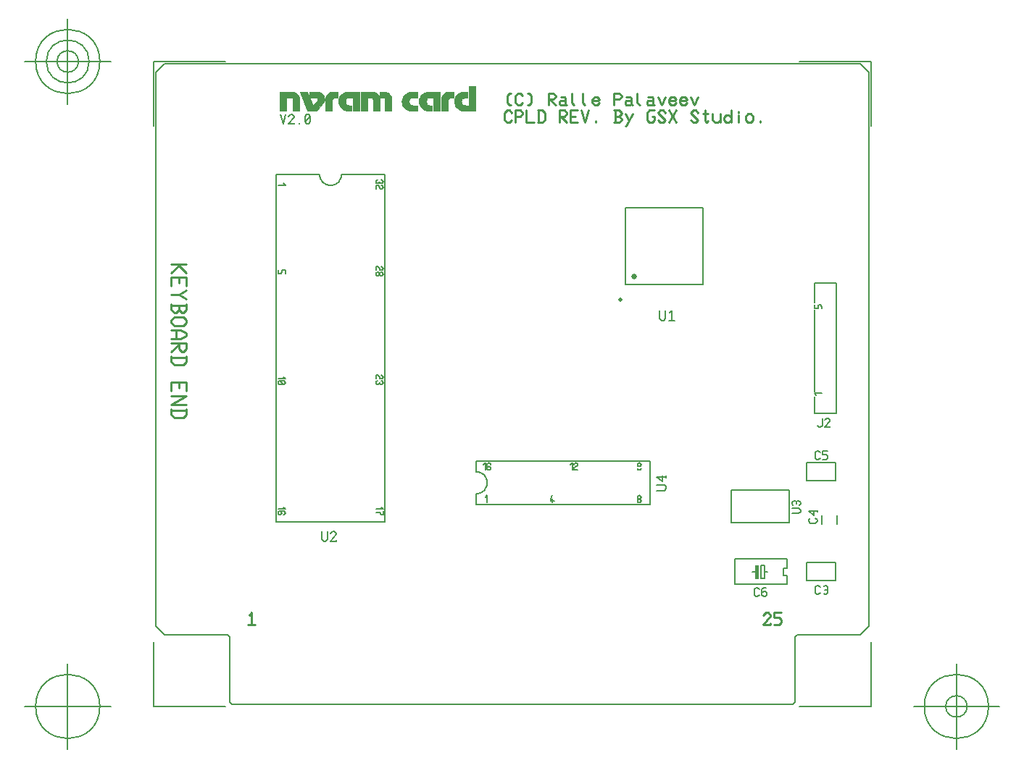
<source format=gbr>
G04 Generated by Ultiboard 14.0 *
%FSLAX34Y34*%
%MOMM*%

%ADD10C,0.0001*%
%ADD11C,0.2667*%
%ADD12C,0.1556*%
%ADD13C,0.2032*%
%ADD14C,0.1778*%
%ADD15C,0.2222*%
%ADD16C,0.0010*%
%ADD17C,0.1667*%
%ADD18C,0.1270*%
%ADD19C,0.50000*%
%ADD20C,0.67000*%


G04 ColorRGB FFFF00 for the following layer *
%LNSilkscreen Top*%
%LPD*%
G54D10*
G54D11*
X211583Y573053D02*
X228726Y573053D01*
X220154Y573053D02*
X220154Y571347D01*
X228726Y562813D01*
X220154Y571347D02*
X211583Y562813D01*
X211583Y547453D02*
X211583Y557693D01*
X220154Y557693D01*
X228726Y557693D01*
X228726Y547453D01*
X220154Y557693D02*
X220154Y550867D01*
X228726Y542333D02*
X220154Y537213D01*
X228726Y532093D01*
X220154Y537213D02*
X211583Y537213D01*
X211583Y526973D02*
X211583Y520147D01*
X215011Y516733D01*
X216726Y516733D01*
X220154Y520147D01*
X223583Y516733D01*
X225297Y516733D01*
X228726Y520147D01*
X228726Y525267D01*
X228726Y526973D01*
X220154Y525267D02*
X220154Y520147D01*
X228726Y525267D02*
X211583Y525267D01*
X215011Y511613D02*
X211583Y508200D01*
X211583Y504787D01*
X215011Y501373D01*
X225297Y501373D01*
X228726Y504787D01*
X228726Y508200D01*
X225297Y511613D01*
X215011Y511613D01*
X211583Y496253D02*
X221869Y496253D01*
X228726Y492840D01*
X228726Y489427D01*
X221869Y486013D01*
X211583Y486013D01*
X216726Y496253D02*
X216726Y486013D01*
X211583Y480893D02*
X228726Y480893D01*
X228726Y474067D01*
X225297Y470653D01*
X223583Y470653D01*
X220154Y474067D01*
X220154Y480893D01*
X220154Y479187D02*
X211583Y470653D01*
X211583Y465533D02*
X211583Y458707D01*
X215011Y455293D01*
X225297Y455293D01*
X228726Y458707D01*
X228726Y465533D01*
X228726Y463827D02*
X211583Y463827D01*
X211583Y424573D02*
X211583Y434813D01*
X220154Y434813D01*
X228726Y434813D01*
X228726Y424573D01*
X220154Y434813D02*
X220154Y427987D01*
X211583Y419453D02*
X228726Y419453D01*
X211583Y409213D01*
X228726Y409213D01*
X211583Y404093D02*
X211583Y397267D01*
X215011Y393853D01*
X225297Y393853D01*
X228726Y397267D01*
X228726Y404093D01*
X228726Y402387D02*
X211583Y402387D01*
G54D12*
X966196Y384700D02*
X968187Y382700D01*
X970178Y382700D01*
X972169Y384700D01*
X972169Y392700D01*
X975156Y390700D02*
X977147Y392700D01*
X979138Y392700D01*
X981129Y390700D01*
X981129Y389700D01*
X975156Y382700D01*
X981129Y382700D01*
X981129Y383700D01*
X969629Y346600D02*
X967638Y344600D01*
X965647Y344600D01*
X963656Y346600D01*
X963656Y352600D01*
X965647Y354600D01*
X967638Y354600D01*
X969629Y352600D01*
X978589Y354600D02*
X972616Y354600D01*
X972616Y350600D01*
X976598Y350600D01*
X978589Y348600D01*
X978589Y346600D01*
X976598Y344600D01*
X972616Y344600D01*
X969629Y189120D02*
X967638Y187120D01*
X965647Y187120D01*
X963656Y189120D01*
X963656Y195120D01*
X965647Y197120D01*
X967638Y197120D01*
X969629Y195120D01*
X973611Y196120D02*
X974607Y197120D01*
X976598Y197120D01*
X978589Y195120D01*
X978589Y193120D01*
X977593Y192120D01*
X978589Y191120D01*
X978589Y189120D01*
X976598Y187120D01*
X974607Y187120D01*
X973611Y188120D01*
X974607Y192120D02*
X977593Y192120D01*
X898509Y186580D02*
X896518Y184580D01*
X894527Y184580D01*
X892536Y186580D01*
X892536Y192580D01*
X894527Y194580D01*
X896518Y194580D01*
X898509Y192580D01*
X906473Y194580D02*
X903487Y194580D01*
X901496Y192580D01*
X901496Y188580D01*
X901496Y186580D01*
X903487Y184580D01*
X905478Y184580D01*
X907469Y186580D01*
X907469Y188580D01*
X905478Y190580D01*
X903487Y190580D01*
X901496Y188580D01*
X936552Y281596D02*
X944552Y281596D01*
X946552Y283587D01*
X946552Y285578D01*
X944552Y287569D01*
X936552Y287569D01*
X937552Y291551D02*
X936552Y292547D01*
X936552Y294538D01*
X938552Y296529D01*
X940552Y296529D01*
X941552Y295533D01*
X942552Y296529D01*
X944552Y296529D01*
X946552Y294538D01*
X946552Y292547D01*
X945552Y291551D01*
X941552Y292547D02*
X941552Y295533D01*
X964040Y276209D02*
X966040Y274218D01*
X966040Y272227D01*
X964040Y270236D01*
X958040Y270236D01*
X956040Y272227D01*
X956040Y274218D01*
X958040Y276209D01*
X962040Y285169D02*
X962040Y279196D01*
X956040Y284173D01*
X966040Y284173D01*
X966040Y283178D02*
X966040Y285169D01*
G54D13*
X988060Y551180D02*
X988060Y398780D01*
X962660Y519430D02*
X962660Y424180D01*
X962660Y398780D02*
X988060Y398780D01*
X962660Y422063D02*
X971127Y422063D01*
X962660Y417830D02*
X962660Y398780D01*
X964777Y419947D02*
X962660Y422063D01*
X971127Y523663D02*
X971119Y523847D01*
X971095Y524031D01*
X971055Y524211D01*
X970999Y524387D01*
X970928Y524558D01*
X970843Y524721D01*
X970744Y524877D01*
X970631Y525024D01*
X970507Y525160D01*
X970371Y525284D01*
X970224Y525397D01*
X970068Y525496D01*
X969905Y525581D01*
X969734Y525652D01*
X969558Y525708D01*
X969378Y525748D01*
X969194Y525772D01*
X969010Y525780D01*
X968826Y525772D01*
X968642Y525748D01*
X968462Y525708D01*
X968286Y525652D01*
X968115Y525581D01*
X967952Y525496D01*
X967796Y525397D01*
X967649Y525284D01*
X967513Y525160D01*
X967389Y525024D01*
X967276Y524877D01*
X967177Y524721D01*
X967092Y524558D01*
X967021Y524387D01*
X966965Y524211D01*
X966925Y524031D01*
X966901Y523847D01*
X966893Y523663D01*
X966893Y521547D02*
X962660Y521547D01*
X966893Y521547D02*
X966893Y523663D01*
X962660Y551180D02*
X988060Y551180D01*
X971127Y521547D02*
X971127Y523663D01*
X962660Y551180D02*
X962660Y527897D01*
X962660Y525780D02*
X962660Y521547D01*
X953347Y340783D02*
X987213Y340783D01*
X987213Y319617D02*
X953347Y319617D01*
X953347Y340783D01*
X987213Y340783D02*
X987213Y319617D01*
X987213Y202777D02*
X953347Y202777D01*
X953347Y223943D02*
X987213Y223943D01*
X987213Y202777D01*
X953347Y202777D02*
X953347Y223943D01*
X334010Y271780D02*
X334010Y678180D01*
X461010Y678180D02*
X461010Y271780D01*
X384810Y678180D02*
X384858Y677073D01*
X385003Y675975D01*
X385243Y674893D01*
X385576Y673836D01*
X386000Y672813D01*
X386511Y671830D01*
X387107Y670896D01*
X387781Y670017D01*
X388530Y669200D01*
X389347Y668451D01*
X390226Y667777D01*
X391160Y667181D01*
X392143Y666670D01*
X393166Y666246D01*
X394223Y665913D01*
X395305Y665673D01*
X396403Y665528D01*
X397510Y665480D01*
X398617Y665528D01*
X399715Y665673D01*
X400797Y665913D01*
X401854Y666246D01*
X402877Y666670D01*
X403860Y667181D01*
X404794Y667777D01*
X405673Y668451D01*
X406490Y669200D01*
X407239Y670017D01*
X407913Y670896D01*
X408509Y671830D01*
X409020Y672813D01*
X409444Y673836D01*
X409777Y674893D01*
X410017Y675975D01*
X410162Y677073D01*
X410210Y678180D01*
X452543Y671830D02*
X452359Y671822D01*
X452175Y671798D01*
X451995Y671758D01*
X451819Y671702D01*
X451648Y671631D01*
X451485Y671546D01*
X451329Y671447D01*
X451182Y671334D01*
X451046Y671210D01*
X450922Y671074D01*
X450809Y670927D01*
X450710Y670771D01*
X450625Y670608D01*
X450554Y670437D01*
X450498Y670261D01*
X450458Y670081D01*
X450434Y669897D01*
X450426Y669713D01*
X450434Y669529D01*
X450458Y669345D01*
X450498Y669165D01*
X450554Y668989D01*
X450625Y668818D01*
X450710Y668655D01*
X450809Y668499D01*
X450922Y668352D01*
X451046Y668216D01*
X451182Y668092D01*
X451329Y667979D01*
X451485Y667880D01*
X451648Y667795D01*
X451819Y667724D01*
X451995Y667668D01*
X452175Y667628D01*
X452359Y667604D01*
X452543Y667596D01*
X452727Y667604D01*
X452911Y667628D01*
X453091Y667668D01*
X453267Y667724D01*
X453438Y667795D01*
X453601Y667880D01*
X453757Y667979D01*
X453904Y668092D01*
X454040Y668216D01*
X454164Y668352D01*
X454277Y668499D01*
X454376Y668655D01*
X454461Y668818D01*
X454532Y668989D01*
X454588Y669165D01*
X454628Y669345D01*
X454652Y669529D01*
X454660Y669713D01*
X454668Y669529D01*
X454692Y669345D01*
X454732Y669165D01*
X454788Y668989D01*
X454859Y668818D01*
X454944Y668655D01*
X455043Y668499D01*
X455156Y668352D01*
X455280Y668216D01*
X455416Y668092D01*
X455563Y667979D01*
X455719Y667880D01*
X455882Y667795D01*
X456053Y667724D01*
X456229Y667668D01*
X456409Y667628D01*
X456593Y667604D01*
X456777Y667596D01*
X456961Y667604D01*
X457145Y667628D01*
X457325Y667668D01*
X457501Y667724D01*
X457672Y667795D01*
X457835Y667880D01*
X457991Y667979D01*
X458138Y668092D01*
X458274Y668216D01*
X458398Y668352D01*
X458511Y668499D01*
X458610Y668655D01*
X458695Y668818D01*
X458766Y668989D01*
X458822Y669165D01*
X458862Y669345D01*
X458886Y669529D01*
X458894Y669713D01*
X458886Y669897D01*
X458862Y670081D01*
X458822Y670261D01*
X458766Y670437D01*
X458695Y670608D01*
X458610Y670771D01*
X458511Y670927D01*
X458398Y671074D01*
X458274Y671210D01*
X458138Y671334D01*
X457991Y671447D01*
X457835Y671546D01*
X457672Y671631D01*
X457501Y671702D01*
X457325Y671758D01*
X457145Y671798D01*
X456961Y671822D01*
X456777Y671830D01*
X410210Y678180D02*
X461010Y678180D01*
X334010Y678180D02*
X384810Y678180D01*
X336127Y665480D02*
X344593Y665480D01*
X342477Y667597D01*
X336126Y563880D02*
X336134Y563696D01*
X336158Y563512D01*
X336198Y563332D01*
X336254Y563156D01*
X336325Y562985D01*
X336410Y562822D01*
X336509Y562666D01*
X336622Y562519D01*
X336746Y562383D01*
X336882Y562259D01*
X337029Y562146D01*
X337185Y562047D01*
X337348Y561962D01*
X337519Y561891D01*
X337695Y561835D01*
X337875Y561795D01*
X338059Y561771D01*
X338243Y561763D01*
X338427Y561771D01*
X338611Y561795D01*
X338791Y561835D01*
X338967Y561891D01*
X339138Y561962D01*
X339301Y562047D01*
X339457Y562146D01*
X339604Y562259D01*
X339740Y562383D01*
X339864Y562519D01*
X339977Y562666D01*
X340076Y562822D01*
X340161Y562985D01*
X340232Y563156D01*
X340288Y563332D01*
X340328Y563512D01*
X340352Y563696D01*
X340360Y563880D01*
X336127Y565997D02*
X336127Y563880D01*
X340360Y565997D02*
X340360Y563880D01*
X344593Y565997D02*
X344593Y561763D01*
X340360Y565997D02*
X344593Y565997D01*
X344593Y438997D02*
X342477Y441113D01*
X342477Y432647D02*
X338243Y436880D01*
X342477Y432646D02*
X342661Y432654D01*
X342845Y432678D01*
X343025Y432718D01*
X343201Y432774D01*
X343372Y432845D01*
X343535Y432930D01*
X343691Y433029D01*
X343838Y433142D01*
X343974Y433266D01*
X344098Y433402D01*
X344211Y433549D01*
X344310Y433705D01*
X344395Y433868D01*
X344466Y434039D01*
X344522Y434215D01*
X344562Y434395D01*
X344586Y434579D01*
X344594Y434763D01*
X344586Y434947D01*
X344562Y435131D01*
X344522Y435311D01*
X344466Y435487D01*
X344395Y435658D01*
X344310Y435821D01*
X344211Y435977D01*
X344098Y436124D01*
X343974Y436260D01*
X343838Y436384D01*
X343691Y436497D01*
X343535Y436596D01*
X343372Y436681D01*
X343201Y436752D01*
X343025Y436808D01*
X342845Y436848D01*
X342661Y436872D01*
X342477Y436880D01*
X342477Y432647D02*
X338243Y432647D01*
X338243Y436880D02*
X342477Y436880D01*
X336127Y438997D02*
X344593Y438997D01*
X338243Y436880D02*
X338059Y436872D01*
X337875Y436848D01*
X337695Y436808D01*
X337519Y436752D01*
X337348Y436681D01*
X337185Y436596D01*
X337029Y436497D01*
X336882Y436384D01*
X336746Y436260D01*
X336622Y436124D01*
X336509Y435977D01*
X336410Y435821D01*
X336325Y435658D01*
X336254Y435487D01*
X336198Y435311D01*
X336158Y435131D01*
X336134Y434947D01*
X336126Y434763D01*
X336134Y434579D01*
X336158Y434395D01*
X336198Y434215D01*
X336254Y434039D01*
X336325Y433868D01*
X336410Y433705D01*
X336509Y433549D01*
X336622Y433402D01*
X336746Y433266D01*
X336882Y433142D01*
X337029Y433029D01*
X337185Y432930D01*
X337348Y432845D01*
X337519Y432774D01*
X337695Y432718D01*
X337875Y432678D01*
X338059Y432654D01*
X338243Y432646D01*
X450427Y661247D02*
X450427Y665480D01*
X452543Y665480D01*
X454660Y663363D02*
X454668Y663179D01*
X454692Y662995D01*
X454732Y662815D01*
X454788Y662639D01*
X454859Y662468D01*
X454944Y662305D01*
X455043Y662149D01*
X455156Y662002D01*
X455280Y661866D01*
X455416Y661742D01*
X455563Y661629D01*
X455719Y661530D01*
X455882Y661445D01*
X456053Y661374D01*
X456229Y661318D01*
X456409Y661278D01*
X456593Y661254D01*
X456777Y661246D01*
X456961Y661254D01*
X457145Y661278D01*
X457325Y661318D01*
X457501Y661374D01*
X457672Y661445D01*
X457835Y661530D01*
X457991Y661629D01*
X458138Y661742D01*
X458274Y661866D01*
X458398Y662002D01*
X458511Y662149D01*
X458610Y662305D01*
X458695Y662468D01*
X458766Y662639D01*
X458822Y662815D01*
X458862Y662995D01*
X458886Y663179D01*
X458894Y663363D01*
X458886Y663547D01*
X458862Y663731D01*
X458822Y663911D01*
X458766Y664087D01*
X458695Y664258D01*
X458610Y664421D01*
X458511Y664577D01*
X458398Y664724D01*
X458274Y664860D01*
X458138Y664984D01*
X457991Y665097D01*
X457835Y665196D01*
X457672Y665281D01*
X457501Y665352D01*
X457325Y665408D01*
X457145Y665448D01*
X456961Y665472D01*
X456777Y665480D01*
X454660Y663363D02*
X454652Y663547D01*
X454628Y663731D01*
X454588Y663911D01*
X454532Y664087D01*
X454461Y664258D01*
X454376Y664421D01*
X454277Y664577D01*
X454164Y664724D01*
X454040Y664860D01*
X453904Y664984D01*
X453757Y665097D01*
X453601Y665196D01*
X453438Y665281D01*
X453267Y665352D01*
X453091Y665408D01*
X452911Y665448D01*
X452727Y665472D01*
X452543Y665480D01*
X452543Y559646D02*
X452727Y559654D01*
X452911Y559678D01*
X453091Y559718D01*
X453267Y559774D01*
X453438Y559845D01*
X453601Y559930D01*
X453757Y560029D01*
X453904Y560142D01*
X454040Y560266D01*
X454164Y560402D01*
X454277Y560549D01*
X454376Y560705D01*
X454461Y560868D01*
X454532Y561039D01*
X454588Y561215D01*
X454628Y561395D01*
X454652Y561579D01*
X454660Y561763D01*
X454652Y561947D01*
X454628Y562131D01*
X454588Y562311D01*
X454532Y562487D01*
X454461Y562658D01*
X454376Y562821D01*
X454277Y562977D01*
X454164Y563124D01*
X454040Y563260D01*
X453904Y563384D01*
X453757Y563497D01*
X453601Y563596D01*
X453438Y563681D01*
X453267Y563752D01*
X453091Y563808D01*
X452911Y563848D01*
X452727Y563872D01*
X452543Y563880D01*
X452359Y563872D01*
X452175Y563848D01*
X451995Y563808D01*
X451819Y563752D01*
X451648Y563681D01*
X451485Y563596D01*
X451329Y563497D01*
X451182Y563384D01*
X451046Y563260D01*
X450922Y563124D01*
X450809Y562977D01*
X450710Y562821D01*
X450625Y562658D01*
X450554Y562487D01*
X450498Y562311D01*
X450458Y562131D01*
X450434Y561947D01*
X450426Y561763D01*
X450434Y561579D01*
X450458Y561395D01*
X450498Y561215D01*
X450554Y561039D01*
X450625Y560868D01*
X450710Y560705D01*
X450809Y560549D01*
X450922Y560402D01*
X451046Y560266D01*
X451182Y560142D01*
X451329Y560029D01*
X451485Y559930D01*
X451648Y559845D01*
X451819Y559774D01*
X451995Y559718D01*
X452175Y559678D01*
X452359Y559654D01*
X452543Y559646D01*
X450427Y565997D02*
X450427Y570230D01*
X452543Y570230D01*
X456777Y559646D02*
X456961Y559654D01*
X457145Y559678D01*
X457325Y559718D01*
X457501Y559774D01*
X457672Y559845D01*
X457835Y559930D01*
X457991Y560029D01*
X458138Y560142D01*
X458274Y560266D01*
X458398Y560402D01*
X458511Y560549D01*
X458610Y560705D01*
X458695Y560868D01*
X458766Y561039D01*
X458822Y561215D01*
X458862Y561395D01*
X458886Y561579D01*
X458894Y561763D01*
X458886Y561947D01*
X458862Y562131D01*
X458822Y562311D01*
X458766Y562487D01*
X458695Y562658D01*
X458610Y562821D01*
X458511Y562977D01*
X458398Y563124D01*
X458274Y563260D01*
X458138Y563384D01*
X457991Y563497D01*
X457835Y563596D01*
X457672Y563681D01*
X457501Y563752D01*
X457325Y563808D01*
X457145Y563848D01*
X456961Y563872D01*
X456777Y563880D01*
X456593Y563872D01*
X456409Y563848D01*
X456229Y563808D01*
X456053Y563752D01*
X455882Y563681D01*
X455719Y563596D01*
X455563Y563497D01*
X455416Y563384D01*
X455280Y563260D01*
X455156Y563124D01*
X455043Y562977D01*
X454944Y562821D01*
X454859Y562658D01*
X454788Y562487D01*
X454732Y562311D01*
X454692Y562131D01*
X454668Y561947D01*
X454660Y561763D01*
X454668Y561579D01*
X454692Y561395D01*
X454732Y561215D01*
X454788Y561039D01*
X454859Y560868D01*
X454944Y560705D01*
X455043Y560549D01*
X455156Y560402D01*
X455280Y560266D01*
X455416Y560142D01*
X455563Y560029D01*
X455719Y559930D01*
X455882Y559845D01*
X456053Y559774D01*
X456229Y559718D01*
X456409Y559678D01*
X456593Y559654D01*
X456777Y559646D01*
X454660Y568113D02*
X454668Y567929D01*
X454692Y567745D01*
X454732Y567565D01*
X454788Y567389D01*
X454859Y567218D01*
X454944Y567055D01*
X455043Y566899D01*
X455156Y566752D01*
X455280Y566616D01*
X455416Y566492D01*
X455563Y566379D01*
X455719Y566280D01*
X455882Y566195D01*
X456053Y566124D01*
X456229Y566068D01*
X456409Y566028D01*
X456593Y566004D01*
X456777Y565996D01*
X456961Y566004D01*
X457145Y566028D01*
X457325Y566068D01*
X457501Y566124D01*
X457672Y566195D01*
X457835Y566280D01*
X457991Y566379D01*
X458138Y566492D01*
X458274Y566616D01*
X458398Y566752D01*
X458511Y566899D01*
X458610Y567055D01*
X458695Y567218D01*
X458766Y567389D01*
X458822Y567565D01*
X458862Y567745D01*
X458886Y567929D01*
X458894Y568113D01*
X458886Y568297D01*
X458862Y568481D01*
X458822Y568661D01*
X458766Y568837D01*
X458695Y569008D01*
X458610Y569171D01*
X458511Y569327D01*
X458398Y569474D01*
X458274Y569610D01*
X458138Y569734D01*
X457991Y569847D01*
X457835Y569946D01*
X457672Y570031D01*
X457501Y570102D01*
X457325Y570158D01*
X457145Y570198D01*
X456961Y570222D01*
X456777Y570230D01*
X454660Y568113D02*
X454652Y568297D01*
X454628Y568481D01*
X454588Y568661D01*
X454532Y568837D01*
X454461Y569008D01*
X454376Y569171D01*
X454277Y569327D01*
X454164Y569474D01*
X454040Y569610D01*
X453904Y569734D01*
X453757Y569847D01*
X453601Y569946D01*
X453438Y570031D01*
X453267Y570102D01*
X453091Y570158D01*
X452911Y570198D01*
X452727Y570222D01*
X452543Y570230D01*
X450427Y438997D02*
X450427Y443230D01*
X452543Y443230D01*
X452543Y436880D02*
X452359Y436872D01*
X452175Y436848D01*
X451995Y436808D01*
X451819Y436752D01*
X451648Y436681D01*
X451485Y436596D01*
X451329Y436497D01*
X451182Y436384D01*
X451046Y436260D01*
X450922Y436124D01*
X450809Y435977D01*
X450710Y435821D01*
X450625Y435658D01*
X450554Y435487D01*
X450498Y435311D01*
X450458Y435131D01*
X450434Y434947D01*
X450426Y434763D01*
X450434Y434579D01*
X450458Y434395D01*
X450498Y434215D01*
X450554Y434039D01*
X450625Y433868D01*
X450710Y433705D01*
X450809Y433549D01*
X450922Y433402D01*
X451046Y433266D01*
X451182Y433142D01*
X451329Y433029D01*
X451485Y432930D01*
X451648Y432845D01*
X451819Y432774D01*
X451995Y432718D01*
X452175Y432678D01*
X452359Y432654D01*
X452543Y432646D01*
X452727Y432654D01*
X452911Y432678D01*
X453091Y432718D01*
X453267Y432774D01*
X453438Y432845D01*
X453601Y432930D01*
X453757Y433029D01*
X453904Y433142D01*
X454040Y433266D01*
X454164Y433402D01*
X454277Y433549D01*
X454376Y433705D01*
X454461Y433868D01*
X454532Y434039D01*
X454588Y434215D01*
X454628Y434395D01*
X454652Y434579D01*
X454660Y434763D01*
X454660Y441113D02*
X454668Y440929D01*
X454692Y440745D01*
X454732Y440565D01*
X454788Y440389D01*
X454859Y440218D01*
X454944Y440055D01*
X455043Y439899D01*
X455156Y439752D01*
X455280Y439616D01*
X455416Y439492D01*
X455563Y439379D01*
X455719Y439280D01*
X455882Y439195D01*
X456053Y439124D01*
X456229Y439068D01*
X456409Y439028D01*
X456593Y439004D01*
X456777Y438996D01*
X456961Y439004D01*
X457145Y439028D01*
X457325Y439068D01*
X457501Y439124D01*
X457672Y439195D01*
X457835Y439280D01*
X457991Y439379D01*
X458138Y439492D01*
X458274Y439616D01*
X458398Y439752D01*
X458511Y439899D01*
X458610Y440055D01*
X458695Y440218D01*
X458766Y440389D01*
X458822Y440565D01*
X458862Y440745D01*
X458886Y440929D01*
X458894Y441113D01*
X458886Y441297D01*
X458862Y441481D01*
X458822Y441661D01*
X458766Y441837D01*
X458695Y442008D01*
X458610Y442171D01*
X458511Y442327D01*
X458398Y442474D01*
X458274Y442610D01*
X458138Y442734D01*
X457991Y442847D01*
X457835Y442946D01*
X457672Y443031D01*
X457501Y443102D01*
X457325Y443158D01*
X457145Y443198D01*
X456961Y443222D01*
X456777Y443230D01*
X454660Y441113D02*
X454652Y441297D01*
X454628Y441481D01*
X454588Y441661D01*
X454532Y441837D01*
X454461Y442008D01*
X454376Y442171D01*
X454277Y442327D01*
X454164Y442474D01*
X454040Y442610D01*
X453904Y442734D01*
X453757Y442847D01*
X453601Y442946D01*
X453438Y443031D01*
X453267Y443102D01*
X453091Y443158D01*
X452911Y443198D01*
X452727Y443222D01*
X452543Y443230D01*
X454660Y434763D02*
X454668Y434579D01*
X454692Y434395D01*
X454732Y434215D01*
X454788Y434039D01*
X454859Y433868D01*
X454944Y433705D01*
X455043Y433549D01*
X455156Y433402D01*
X455280Y433266D01*
X455416Y433142D01*
X455563Y433029D01*
X455719Y432930D01*
X455882Y432845D01*
X456053Y432774D01*
X456229Y432718D01*
X456409Y432678D01*
X456593Y432654D01*
X456777Y432646D01*
X456961Y432654D01*
X457145Y432678D01*
X457325Y432718D01*
X457501Y432774D01*
X457672Y432845D01*
X457835Y432930D01*
X457991Y433029D01*
X458138Y433142D01*
X458274Y433266D01*
X458398Y433402D01*
X458511Y433549D01*
X458610Y433705D01*
X458695Y433868D01*
X458766Y434039D01*
X458822Y434215D01*
X458862Y434395D01*
X458886Y434579D01*
X458894Y434763D01*
X458886Y434947D01*
X458862Y435131D01*
X458822Y435311D01*
X458766Y435487D01*
X458695Y435658D01*
X458610Y435821D01*
X458511Y435977D01*
X458398Y436124D01*
X458274Y436260D01*
X458138Y436384D01*
X457991Y436497D01*
X457835Y436596D01*
X457672Y436681D01*
X457501Y436752D01*
X457325Y436808D01*
X457145Y436848D01*
X456961Y436872D01*
X456777Y436880D01*
X461010Y271780D02*
X334010Y271780D01*
X342477Y280246D02*
X342661Y280254D01*
X342845Y280278D01*
X343025Y280318D01*
X343201Y280374D01*
X343372Y280445D01*
X343535Y280530D01*
X343691Y280629D01*
X343838Y280742D01*
X343974Y280866D01*
X344098Y281002D01*
X344211Y281149D01*
X344310Y281305D01*
X344395Y281468D01*
X344466Y281639D01*
X344522Y281815D01*
X344562Y281995D01*
X344586Y282179D01*
X344594Y282363D01*
X344586Y282547D01*
X344562Y282731D01*
X344522Y282911D01*
X344466Y283087D01*
X344395Y283258D01*
X344310Y283421D01*
X344211Y283577D01*
X344098Y283724D01*
X343974Y283860D01*
X343838Y283984D01*
X343691Y284097D01*
X343535Y284196D01*
X343372Y284281D01*
X343201Y284352D01*
X343025Y284408D01*
X342845Y284448D01*
X342661Y284472D01*
X342477Y284480D01*
X338243Y280246D02*
X338427Y280254D01*
X338611Y280278D01*
X338791Y280318D01*
X338967Y280374D01*
X339138Y280445D01*
X339301Y280530D01*
X339457Y280629D01*
X339604Y280742D01*
X339740Y280866D01*
X339864Y281002D01*
X339977Y281149D01*
X340076Y281305D01*
X340161Y281468D01*
X340232Y281639D01*
X340288Y281815D01*
X340328Y281995D01*
X340352Y282179D01*
X340360Y282363D01*
X340352Y282547D01*
X340328Y282731D01*
X340288Y282911D01*
X340232Y283087D01*
X340161Y283258D01*
X340076Y283421D01*
X339977Y283577D01*
X339864Y283724D01*
X339740Y283860D01*
X339604Y283984D01*
X339457Y284097D01*
X339301Y284196D01*
X339138Y284281D01*
X338967Y284352D01*
X338791Y284408D01*
X338611Y284448D01*
X338427Y284472D01*
X338243Y284480D01*
X338059Y284472D01*
X337875Y284448D01*
X337695Y284408D01*
X337519Y284352D01*
X337348Y284281D01*
X337185Y284196D01*
X337029Y284097D01*
X336882Y283984D01*
X336746Y283860D01*
X336622Y283724D01*
X336509Y283577D01*
X336410Y283421D01*
X336325Y283258D01*
X336254Y283087D01*
X336198Y282911D01*
X336158Y282731D01*
X336134Y282547D01*
X336126Y282363D01*
X336134Y282179D01*
X336158Y281995D01*
X336198Y281815D01*
X336254Y281639D01*
X336325Y281468D01*
X336410Y281305D01*
X336509Y281149D01*
X336622Y281002D01*
X336746Y280866D01*
X336882Y280742D01*
X337029Y280629D01*
X337185Y280530D01*
X337348Y280445D01*
X337519Y280374D01*
X337695Y280318D01*
X337875Y280278D01*
X338059Y280254D01*
X338243Y280246D01*
X344593Y286597D02*
X342477Y288713D01*
X336127Y286597D02*
X344593Y286597D01*
X338243Y284480D02*
X342477Y284480D01*
X454660Y282363D02*
X450427Y282363D01*
X450427Y286597D02*
X458893Y286597D01*
X456777Y280247D02*
X454660Y282363D01*
X458893Y284480D02*
X458893Y280247D01*
X458893Y286597D02*
X456777Y288713D01*
X458893Y280247D02*
X456777Y280247D01*
X869527Y198543D02*
X930910Y198543D01*
X930910Y228177D02*
X869527Y228177D01*
X926677Y209127D02*
X926677Y217593D01*
X930910Y217593D01*
X930910Y228177D01*
X930910Y209127D02*
X926677Y209127D01*
X930910Y198543D02*
X930910Y209127D01*
X896620Y205740D02*
X896620Y220980D01*
X895350Y205740D02*
X895350Y220980D01*
X894080Y220980D02*
X894080Y205740D01*
X900430Y205740D02*
X900430Y220980D01*
X904240Y220980D02*
X904240Y205740D01*
X894080Y213360D02*
X890270Y213360D01*
X904240Y213360D02*
X908050Y213360D01*
X869527Y228177D02*
X869527Y198543D01*
X900430Y220980D02*
X904240Y220980D01*
X900430Y205740D02*
X904240Y205740D01*
X933027Y270510D02*
X867410Y270510D01*
X865293Y308610D02*
X933027Y308610D01*
X865293Y270510D02*
X865293Y308610D01*
X867410Y270510D02*
X865293Y270510D01*
X933027Y308610D02*
X933027Y270510D01*
X971440Y279320D02*
X971440Y269320D01*
X989440Y279320D02*
X989440Y269320D01*
X832400Y549360D02*
X742400Y549360D01*
X742400Y639360D02*
X832400Y639360D01*
X832400Y549360D01*
X742400Y549360D02*
X742400Y639360D01*
X567690Y292100D02*
X770890Y292100D01*
X770890Y342900D02*
X567690Y342900D01*
X567690Y304800D02*
X568797Y304848D01*
X569895Y304993D01*
X570977Y305233D01*
X572034Y305566D01*
X573057Y305990D01*
X574040Y306501D01*
X574974Y307097D01*
X575853Y307771D01*
X576670Y308520D01*
X577419Y309337D01*
X578093Y310216D01*
X578689Y311150D01*
X579200Y312133D01*
X579624Y313156D01*
X579957Y314213D01*
X580197Y315295D01*
X580342Y316393D01*
X580390Y317500D01*
X580342Y318607D01*
X580197Y319705D01*
X579957Y320787D01*
X579624Y321844D01*
X579200Y322867D01*
X578689Y323850D01*
X578093Y324784D01*
X577419Y325663D01*
X576670Y326480D01*
X575853Y327229D01*
X574974Y327903D01*
X574040Y328499D01*
X573057Y329010D01*
X572034Y329434D01*
X570977Y329767D01*
X569895Y330007D01*
X568797Y330152D01*
X567690Y330200D01*
X567690Y304800D02*
X567690Y292100D01*
X580390Y294217D02*
X580390Y302683D01*
X578273Y300567D01*
X567690Y342900D02*
X567690Y330200D01*
X584624Y334433D02*
X584616Y334617D01*
X584592Y334801D01*
X584552Y334981D01*
X584496Y335157D01*
X584425Y335328D01*
X584340Y335491D01*
X584241Y335647D01*
X584128Y335794D01*
X584004Y335930D01*
X583868Y336054D01*
X583721Y336167D01*
X583565Y336266D01*
X583402Y336351D01*
X583231Y336422D01*
X583055Y336478D01*
X582875Y336518D01*
X582691Y336542D01*
X582507Y336550D01*
X582323Y336542D01*
X582139Y336518D01*
X581959Y336478D01*
X581783Y336422D01*
X581612Y336351D01*
X581449Y336266D01*
X581293Y336167D01*
X581146Y336054D01*
X581010Y335930D01*
X580886Y335794D01*
X580773Y335647D01*
X580674Y335491D01*
X580589Y335328D01*
X580518Y335157D01*
X580462Y334981D01*
X580422Y334801D01*
X580398Y334617D01*
X580390Y334433D01*
X580398Y334249D01*
X580422Y334065D01*
X580462Y333885D01*
X580518Y333709D01*
X580589Y333538D01*
X580674Y333375D01*
X580773Y333219D01*
X580886Y333072D01*
X581010Y332936D01*
X581146Y332812D01*
X581293Y332699D01*
X581449Y332600D01*
X581612Y332515D01*
X581783Y332444D01*
X581959Y332388D01*
X582139Y332348D01*
X582323Y332324D01*
X582507Y332316D01*
X582691Y332324D01*
X582875Y332348D01*
X583055Y332388D01*
X583231Y332444D01*
X583402Y332515D01*
X583565Y332600D01*
X583721Y332699D01*
X583868Y332812D01*
X584004Y332936D01*
X584128Y333072D01*
X584241Y333219D01*
X584340Y333375D01*
X584425Y333538D01*
X584496Y333709D01*
X584552Y333885D01*
X584592Y334065D01*
X584616Y334249D01*
X584624Y334433D01*
X580390Y334433D02*
X580390Y338667D01*
X584624Y338667D02*
X584616Y338851D01*
X584592Y339035D01*
X584552Y339215D01*
X584496Y339391D01*
X584425Y339562D01*
X584340Y339725D01*
X584241Y339881D01*
X584128Y340028D01*
X584004Y340164D01*
X583868Y340288D01*
X583721Y340401D01*
X583565Y340500D01*
X583402Y340585D01*
X583231Y340656D01*
X583055Y340712D01*
X582875Y340752D01*
X582691Y340776D01*
X582507Y340784D01*
X582323Y340776D01*
X582139Y340752D01*
X581959Y340712D01*
X581783Y340656D01*
X581612Y340585D01*
X581449Y340500D01*
X581293Y340401D01*
X581146Y340288D01*
X581010Y340164D01*
X580886Y340028D01*
X580773Y339881D01*
X580674Y339725D01*
X580589Y339562D01*
X580518Y339391D01*
X580462Y339215D01*
X580422Y339035D01*
X580398Y338851D01*
X580390Y338667D01*
X578273Y332317D02*
X578273Y340783D01*
X576157Y338667D01*
X684107Y336550D02*
X684291Y336558D01*
X684475Y336582D01*
X684655Y336622D01*
X684831Y336678D01*
X685002Y336749D01*
X685165Y336834D01*
X685321Y336933D01*
X685468Y337046D01*
X685604Y337170D01*
X685728Y337306D01*
X685841Y337453D01*
X685940Y337609D01*
X686025Y337772D01*
X686096Y337943D01*
X686152Y338119D01*
X686192Y338299D01*
X686216Y338483D01*
X686224Y338667D01*
X686216Y338851D01*
X686192Y339035D01*
X686152Y339215D01*
X686096Y339391D01*
X686025Y339562D01*
X685940Y339725D01*
X685841Y339881D01*
X685728Y340028D01*
X685604Y340164D01*
X685468Y340288D01*
X685321Y340401D01*
X685165Y340500D01*
X685002Y340585D01*
X684831Y340656D01*
X684655Y340712D01*
X684475Y340752D01*
X684291Y340776D01*
X684107Y340784D01*
X683923Y340776D01*
X683739Y340752D01*
X683559Y340712D01*
X683383Y340656D01*
X683212Y340585D01*
X683049Y340500D01*
X682893Y340401D01*
X682746Y340288D01*
X682610Y340164D01*
X682486Y340028D01*
X682373Y339881D01*
X682274Y339725D01*
X682189Y339562D01*
X682118Y339391D01*
X682062Y339215D01*
X682022Y339035D01*
X681998Y338851D01*
X681990Y338667D01*
X686223Y332317D02*
X681990Y332317D01*
X656590Y294217D02*
X656590Y298450D01*
X658707Y296333D02*
X654473Y296333D01*
X654473Y298450D01*
X656590Y302683D01*
X679873Y332317D02*
X679873Y340783D01*
X684107Y336550D02*
X683923Y336542D01*
X683739Y336518D01*
X683559Y336478D01*
X683383Y336422D01*
X683212Y336351D01*
X683049Y336266D01*
X682893Y336167D01*
X682746Y336054D01*
X682610Y335930D01*
X682486Y335794D01*
X682373Y335647D01*
X682274Y335491D01*
X682189Y335328D01*
X682118Y335157D01*
X682062Y334981D01*
X682022Y334801D01*
X681998Y334617D01*
X681990Y334433D01*
X681990Y332317D02*
X681990Y334433D01*
X679873Y340783D02*
X677757Y338667D01*
X760307Y296333D02*
X760299Y296517D01*
X760275Y296701D01*
X760235Y296881D01*
X760179Y297057D01*
X760108Y297228D01*
X760023Y297391D01*
X759924Y297547D01*
X759811Y297694D01*
X759687Y297830D01*
X759551Y297954D01*
X759404Y298067D01*
X759248Y298166D01*
X759085Y298251D01*
X758914Y298322D01*
X758738Y298378D01*
X758558Y298418D01*
X758374Y298442D01*
X758190Y298450D01*
X758006Y298442D01*
X757822Y298418D01*
X757642Y298378D01*
X757466Y298322D01*
X757295Y298251D01*
X757132Y298166D01*
X756976Y298067D01*
X756829Y297954D01*
X756693Y297830D01*
X756569Y297694D01*
X756456Y297547D01*
X756357Y297391D01*
X756272Y297228D01*
X756201Y297057D01*
X756145Y296881D01*
X756105Y296701D01*
X756081Y296517D01*
X756073Y296333D01*
X756081Y296149D01*
X756105Y295965D01*
X756145Y295785D01*
X756201Y295609D01*
X756272Y295438D01*
X756357Y295275D01*
X756456Y295119D01*
X756569Y294972D01*
X756693Y294836D01*
X756829Y294712D01*
X756976Y294599D01*
X757132Y294500D01*
X757295Y294415D01*
X757466Y294344D01*
X757642Y294288D01*
X757822Y294248D01*
X758006Y294224D01*
X758190Y294216D01*
X758374Y294224D01*
X758558Y294248D01*
X758738Y294288D01*
X758914Y294344D01*
X759085Y294415D01*
X759248Y294500D01*
X759404Y294599D01*
X759551Y294712D01*
X759687Y294836D01*
X759811Y294972D01*
X759924Y295119D01*
X760023Y295275D01*
X760108Y295438D01*
X760179Y295609D01*
X760235Y295785D01*
X760275Y295965D01*
X760299Y296149D01*
X760307Y296333D01*
X760307Y300567D02*
X760299Y300751D01*
X760275Y300935D01*
X760235Y301115D01*
X760179Y301291D01*
X760108Y301462D01*
X760023Y301625D01*
X759924Y301781D01*
X759811Y301928D01*
X759687Y302064D01*
X759551Y302188D01*
X759404Y302301D01*
X759248Y302400D01*
X759085Y302485D01*
X758914Y302556D01*
X758738Y302612D01*
X758558Y302652D01*
X758374Y302676D01*
X758190Y302684D01*
X758006Y302676D01*
X757822Y302652D01*
X757642Y302612D01*
X757466Y302556D01*
X757295Y302485D01*
X757132Y302400D01*
X756976Y302301D01*
X756829Y302188D01*
X756693Y302064D01*
X756569Y301928D01*
X756456Y301781D01*
X756357Y301625D01*
X756272Y301462D01*
X756201Y301291D01*
X756145Y301115D01*
X756105Y300935D01*
X756081Y300751D01*
X756073Y300567D01*
X756081Y300383D01*
X756105Y300199D01*
X756145Y300019D01*
X756201Y299843D01*
X756272Y299672D01*
X756357Y299509D01*
X756456Y299353D01*
X756569Y299206D01*
X756693Y299070D01*
X756829Y298946D01*
X756976Y298833D01*
X757132Y298734D01*
X757295Y298649D01*
X757466Y298578D01*
X757642Y298522D01*
X757822Y298482D01*
X758006Y298458D01*
X758190Y298450D01*
X758374Y298458D01*
X758558Y298482D01*
X758738Y298522D01*
X758914Y298578D01*
X759085Y298649D01*
X759248Y298734D01*
X759404Y298833D01*
X759551Y298946D01*
X759687Y299070D01*
X759811Y299206D01*
X759924Y299353D01*
X760023Y299509D01*
X760108Y299672D01*
X760179Y299843D01*
X760235Y300019D01*
X760275Y300199D01*
X760299Y300383D01*
X760307Y300567D01*
X760307Y338667D02*
X760299Y338851D01*
X760275Y339035D01*
X760235Y339215D01*
X760179Y339391D01*
X760108Y339562D01*
X760023Y339725D01*
X759924Y339881D01*
X759811Y340028D01*
X759687Y340164D01*
X759551Y340288D01*
X759404Y340401D01*
X759248Y340500D01*
X759085Y340585D01*
X758914Y340656D01*
X758738Y340712D01*
X758558Y340752D01*
X758374Y340776D01*
X758190Y340784D01*
X758006Y340776D01*
X757822Y340752D01*
X757642Y340712D01*
X757466Y340656D01*
X757295Y340585D01*
X757132Y340500D01*
X756976Y340401D01*
X756829Y340288D01*
X756693Y340164D01*
X756569Y340028D01*
X756456Y339881D01*
X756357Y339725D01*
X756272Y339562D01*
X756201Y339391D01*
X756145Y339215D01*
X756105Y339035D01*
X756081Y338851D01*
X756073Y338667D01*
X756081Y338483D01*
X756105Y338299D01*
X756145Y338119D01*
X756201Y337943D01*
X756272Y337772D01*
X756357Y337609D01*
X756456Y337453D01*
X756569Y337306D01*
X756693Y337170D01*
X756829Y337046D01*
X756976Y336933D01*
X757132Y336834D01*
X757295Y336749D01*
X757466Y336678D01*
X757642Y336622D01*
X757822Y336582D01*
X758006Y336558D01*
X758190Y336550D01*
X758374Y336558D01*
X758558Y336582D01*
X758738Y336622D01*
X758914Y336678D01*
X759085Y336749D01*
X759248Y336834D01*
X759404Y336933D01*
X759551Y337046D01*
X759687Y337170D01*
X759811Y337306D01*
X759924Y337453D01*
X760023Y337609D01*
X760108Y337772D01*
X760179Y337943D01*
X760235Y338119D01*
X760275Y338299D01*
X760299Y338483D01*
X760307Y338667D01*
X756073Y334433D02*
X756081Y334249D01*
X756105Y334065D01*
X756145Y333885D01*
X756201Y333709D01*
X756272Y333538D01*
X756357Y333375D01*
X756456Y333219D01*
X756569Y333072D01*
X756693Y332936D01*
X756829Y332812D01*
X756976Y332699D01*
X757132Y332600D01*
X757295Y332515D01*
X757466Y332444D01*
X757642Y332388D01*
X757822Y332348D01*
X758006Y332324D01*
X758190Y332316D01*
X758374Y332324D01*
X758558Y332348D01*
X758738Y332388D01*
X758914Y332444D01*
X759085Y332515D01*
X759248Y332600D01*
X759404Y332699D01*
X759551Y332812D01*
X759687Y332936D01*
X759811Y333072D01*
X759924Y333219D01*
X760023Y333375D01*
X760108Y333538D01*
X760179Y333709D01*
X760235Y333885D01*
X760275Y334065D01*
X760299Y334249D01*
X760307Y334433D01*
X770890Y292100D02*
X770890Y342900D01*
G54D14*
X387218Y260477D02*
X387218Y251334D01*
X389493Y249049D01*
X391769Y249049D01*
X394044Y251334D01*
X394044Y260477D01*
X397458Y258191D02*
X399733Y260477D01*
X402009Y260477D01*
X404284Y258191D01*
X404284Y257049D01*
X397458Y249049D01*
X404284Y249049D01*
X404284Y250191D01*
X782198Y518557D02*
X782198Y509414D01*
X784473Y507129D01*
X786749Y507129D01*
X789024Y509414D01*
X789024Y518557D01*
X793576Y516271D02*
X795851Y518557D01*
X795851Y507129D01*
X792438Y507129D02*
X799264Y507129D01*
X778383Y308478D02*
X787526Y308478D01*
X789811Y310753D01*
X789811Y313029D01*
X787526Y315304D01*
X778383Y315304D01*
X785240Y325544D02*
X785240Y318718D01*
X778383Y324407D01*
X789811Y324407D01*
X789811Y323269D02*
X789811Y325544D01*
G54D15*
X607973Y758986D02*
X606551Y758986D01*
X603707Y761843D01*
X603707Y770414D01*
X606551Y773271D01*
X607973Y773271D01*
X622196Y761843D02*
X619351Y758986D01*
X616507Y758986D01*
X613662Y761843D01*
X613662Y770414D01*
X616507Y773271D01*
X619351Y773271D01*
X622196Y770414D01*
X627884Y773271D02*
X629307Y773271D01*
X632151Y770414D01*
X632151Y761843D01*
X629307Y758986D01*
X627884Y758986D01*
X652062Y758986D02*
X652062Y773271D01*
X657751Y773271D01*
X660596Y770414D01*
X660596Y768986D01*
X657751Y766129D01*
X652062Y766129D01*
X653484Y766129D02*
X660596Y758986D01*
X666284Y768986D02*
X670551Y768986D01*
X671973Y767557D01*
X671973Y760414D01*
X670551Y758986D01*
X666284Y758986D01*
X664862Y760414D01*
X664862Y763271D01*
X666284Y764700D01*
X671973Y764700D01*
X671973Y760414D02*
X673396Y758986D01*
X679084Y773271D02*
X679084Y761843D01*
X681929Y758986D01*
X691884Y773271D02*
X691884Y761843D01*
X694729Y758986D01*
X711796Y761843D02*
X708951Y758986D01*
X706107Y758986D01*
X703262Y761843D01*
X703262Y766129D01*
X706107Y768986D01*
X708951Y768986D01*
X711796Y766129D01*
X710373Y764700D01*
X703262Y764700D01*
X728862Y758986D02*
X728862Y773271D01*
X734551Y773271D01*
X737396Y770414D01*
X737396Y768986D01*
X734551Y766129D01*
X728862Y766129D01*
X743084Y768986D02*
X747351Y768986D01*
X748773Y767557D01*
X748773Y760414D01*
X747351Y758986D01*
X743084Y758986D01*
X741662Y760414D01*
X741662Y763271D01*
X743084Y764700D01*
X748773Y764700D01*
X748773Y760414D02*
X750196Y758986D01*
X755884Y773271D02*
X755884Y761843D01*
X758729Y758986D01*
X768684Y768986D02*
X772951Y768986D01*
X774373Y767557D01*
X774373Y760414D01*
X772951Y758986D01*
X768684Y758986D01*
X767262Y760414D01*
X767262Y763271D01*
X768684Y764700D01*
X774373Y764700D01*
X774373Y760414D02*
X775796Y758986D01*
X780062Y768986D02*
X784329Y758986D01*
X788596Y768986D01*
X801396Y761843D02*
X798551Y758986D01*
X795707Y758986D01*
X792862Y761843D01*
X792862Y766129D01*
X795707Y768986D01*
X798551Y768986D01*
X801396Y766129D01*
X799973Y764700D01*
X792862Y764700D01*
X814196Y761843D02*
X811351Y758986D01*
X808507Y758986D01*
X805662Y761843D01*
X805662Y766129D01*
X808507Y768986D01*
X811351Y768986D01*
X814196Y766129D01*
X812773Y764700D01*
X805662Y764700D01*
X818462Y768986D02*
X822729Y758986D01*
X826996Y768986D01*
X609396Y741843D02*
X606551Y738986D01*
X603707Y738986D01*
X600862Y741843D01*
X600862Y750414D01*
X603707Y753271D01*
X606551Y753271D01*
X609396Y750414D01*
X613662Y738986D02*
X613662Y753271D01*
X619351Y753271D01*
X622196Y750414D01*
X622196Y748986D01*
X619351Y746129D01*
X613662Y746129D01*
X626462Y753271D02*
X626462Y738986D01*
X634996Y738986D01*
X639262Y738986D02*
X644951Y738986D01*
X647796Y741843D01*
X647796Y750414D01*
X644951Y753271D01*
X639262Y753271D01*
X640684Y753271D02*
X640684Y738986D01*
X664862Y738986D02*
X664862Y753271D01*
X670551Y753271D01*
X673396Y750414D01*
X673396Y748986D01*
X670551Y746129D01*
X664862Y746129D01*
X666284Y746129D02*
X673396Y738986D01*
X686196Y738986D02*
X677662Y738986D01*
X677662Y746129D01*
X677662Y753271D01*
X686196Y753271D01*
X677662Y746129D02*
X683351Y746129D01*
X690462Y753271D02*
X694729Y738986D01*
X698996Y753271D01*
X707529Y738986D02*
X707529Y740414D01*
X728862Y738986D02*
X734551Y738986D01*
X737396Y741843D01*
X737396Y743271D01*
X734551Y746129D01*
X737396Y748986D01*
X737396Y750414D01*
X734551Y753271D01*
X730284Y753271D01*
X728862Y753271D01*
X730284Y746129D02*
X734551Y746129D01*
X730284Y753271D02*
X730284Y738986D01*
X741662Y734700D02*
X743084Y734700D01*
X750196Y748986D01*
X741662Y748986D02*
X745929Y740414D01*
X772951Y746129D02*
X775796Y746129D01*
X775796Y741843D01*
X772951Y738986D01*
X770107Y738986D01*
X767262Y741843D01*
X767262Y750414D01*
X770107Y753271D01*
X775796Y753271D01*
X780062Y741843D02*
X782907Y738986D01*
X785751Y738986D01*
X788596Y741843D01*
X780062Y750414D01*
X782907Y753271D01*
X785751Y753271D01*
X788596Y750414D01*
X792862Y753271D02*
X801396Y738986D01*
X792862Y738986D02*
X801396Y753271D01*
X818462Y741843D02*
X821307Y738986D01*
X824151Y738986D01*
X826996Y741843D01*
X818462Y750414D01*
X821307Y753271D01*
X824151Y753271D01*
X826996Y750414D01*
X838373Y740414D02*
X836951Y738986D01*
X835529Y740414D01*
X835529Y753271D01*
X832684Y748986D02*
X838373Y748986D01*
X844062Y748986D02*
X844062Y741843D01*
X846907Y738986D01*
X849751Y738986D01*
X852596Y741843D01*
X852596Y748986D01*
X852596Y741843D02*
X852596Y738986D01*
X865396Y741843D02*
X862551Y738986D01*
X859707Y738986D01*
X856862Y741843D01*
X856862Y744700D01*
X859707Y747557D01*
X862551Y747557D01*
X865396Y744700D01*
X865396Y753271D02*
X865396Y738986D01*
X873929Y738986D02*
X873929Y747557D01*
X873929Y750414D02*
X873929Y751843D01*
X882462Y741843D02*
X885307Y738986D01*
X888151Y738986D01*
X890996Y741843D01*
X890996Y746129D01*
X888151Y748986D01*
X885307Y748986D01*
X882462Y746129D01*
X882462Y741843D01*
X899529Y738986D02*
X899529Y740414D01*
X302564Y162814D02*
X305409Y165671D01*
X305409Y151386D01*
X301142Y151386D02*
X309676Y151386D01*
X903122Y162814D02*
X905967Y165671D01*
X908811Y165671D01*
X911656Y162814D01*
X911656Y161386D01*
X903122Y151386D01*
X911656Y151386D01*
X911656Y152814D01*
X924456Y165671D02*
X915922Y165671D01*
X915922Y159957D01*
X921611Y159957D01*
X924456Y157100D01*
X924456Y154243D01*
X921611Y151386D01*
X915922Y151386D01*
G54D16*
G36*
X346158Y768213D02*
X346158Y768213D01*
X346158Y752481D01*
X338602Y752481D01*
X346158Y768213D01*
D02*
G37*
X346158Y752481D01*
X338602Y752481D01*
X346158Y768213D01*
G36*
X346158Y768213D01*
X338602Y752481D01*
X338602Y774689D01*
X346158Y768213D01*
D02*
G37*
X338602Y752481D01*
X338602Y774689D01*
X346158Y768213D01*
G36*
X346158Y768213D01*
X338602Y774689D01*
X353434Y774689D01*
X346158Y768213D01*
D02*
G37*
X338602Y774689D01*
X353434Y774689D01*
X346158Y768213D01*
G36*
X346158Y768213D01*
X353434Y774689D01*
X351165Y768213D01*
X346158Y768213D01*
D02*
G37*
X353434Y774689D01*
X351165Y768213D01*
X346158Y768213D01*
G36*
X360990Y752481D02*
X360990Y752481D01*
X353434Y752481D01*
X354383Y774603D01*
X360990Y752481D01*
D02*
G37*
X353434Y752481D01*
X354383Y774603D01*
X360990Y752481D01*
G36*
X360990Y752481D01*
X354383Y774603D01*
X356202Y774024D01*
X360990Y752481D01*
D02*
G37*
X354383Y774603D01*
X356202Y774024D01*
X360990Y752481D01*
G36*
X360990Y752481D01*
X356202Y774024D01*
X357072Y773531D01*
X360990Y752481D01*
D02*
G37*
X356202Y774024D01*
X357072Y773531D01*
X360990Y752481D01*
G36*
X360990Y752481D01*
X357072Y773531D01*
X358629Y772251D01*
X360990Y752481D01*
D02*
G37*
X357072Y773531D01*
X358629Y772251D01*
X360990Y752481D01*
G36*
X360990Y752481D01*
X358629Y772251D01*
X359870Y770654D01*
X360990Y752481D01*
D02*
G37*
X358629Y772251D01*
X359870Y770654D01*
X360990Y752481D01*
G36*
X360990Y752481D01*
X359870Y770654D01*
X360347Y769764D01*
X360990Y752481D01*
D02*
G37*
X359870Y770654D01*
X360347Y769764D01*
X360990Y752481D01*
G36*
X360990Y752481D01*
X360347Y769764D01*
X360907Y767914D01*
X360990Y752481D01*
D02*
G37*
X360347Y769764D01*
X360907Y767914D01*
X360990Y752481D01*
G36*
X360990Y752481D01*
X360907Y767914D01*
X360990Y766953D01*
X360990Y752481D01*
D02*
G37*
X360907Y767914D01*
X360990Y766953D01*
X360990Y752481D01*
G36*
X353434Y765981D02*
X353434Y765981D01*
X353232Y766771D01*
X353434Y774689D01*
X353434Y765981D01*
D02*
G37*
X353232Y766771D01*
X353434Y774689D01*
X353434Y765981D01*
G36*
X353434Y765981D01*
X353434Y774689D01*
X354383Y774603D01*
X353434Y765981D01*
D02*
G37*
X353434Y774689D01*
X354383Y774603D01*
X353434Y765981D01*
G36*
X353434Y765981D01*
X354383Y774603D01*
X353434Y752481D01*
X353434Y765981D01*
D02*
G37*
X354383Y774603D01*
X353434Y752481D01*
X353434Y765981D01*
G36*
X353434Y774689D02*
X353434Y774689D01*
X353232Y766771D01*
X352705Y767489D01*
X353434Y774689D01*
D02*
G37*
X353232Y766771D01*
X352705Y767489D01*
X353434Y774689D01*
G36*
X353434Y774689D01*
X352705Y767489D01*
X351976Y768011D01*
X353434Y774689D01*
D02*
G37*
X352705Y767489D01*
X351976Y768011D01*
X353434Y774689D01*
G36*
X353434Y774689D01*
X351976Y768011D01*
X351165Y768213D01*
X353434Y774689D01*
D02*
G37*
X351976Y768011D01*
X351165Y768213D01*
X353434Y774689D01*
G36*
X387656Y772870D02*
X387656Y772870D01*
X388386Y760905D01*
X386844Y773492D01*
X387656Y772870D01*
D02*
G37*
X388386Y760905D01*
X386844Y773492D01*
X387656Y772870D01*
G36*
X388386Y760905D02*
X388386Y760905D01*
X387656Y772870D01*
X388983Y771368D01*
X388386Y760905D01*
D02*
G37*
X387656Y772870D01*
X388983Y771368D01*
X388386Y760905D01*
G36*
X388983Y771368D02*
X388983Y771368D01*
X389264Y762188D01*
X388386Y760905D01*
X388983Y771368D01*
D02*
G37*
X389264Y762188D01*
X388386Y760905D01*
X388983Y771368D01*
G36*
X389264Y762188D02*
X389264Y762188D01*
X388983Y771368D01*
X389498Y770489D01*
X389264Y762188D01*
D02*
G37*
X388983Y771368D01*
X389498Y770489D01*
X389264Y762188D01*
G36*
X389498Y770489D02*
X389498Y770489D01*
X389929Y763583D01*
X389264Y762188D01*
X389498Y770489D01*
D02*
G37*
X389929Y763583D01*
X389264Y762188D01*
X389498Y770489D01*
G36*
X389929Y763583D02*
X389929Y763583D01*
X389498Y770489D01*
X390208Y768584D01*
X389929Y763583D01*
D02*
G37*
X389498Y770489D01*
X390208Y768584D01*
X389929Y763583D01*
G36*
X390208Y768584D02*
X390208Y768584D01*
X390345Y765052D01*
X389929Y763583D01*
X390208Y768584D01*
D02*
G37*
X390345Y765052D01*
X389929Y763583D01*
X390208Y768584D01*
G36*
X390345Y765052D02*
X390345Y765052D01*
X390208Y768584D01*
X390474Y766557D01*
X390345Y765052D01*
D02*
G37*
X390208Y768584D01*
X390474Y766557D01*
X390345Y765052D01*
G36*
X388386Y760905D02*
X388386Y760905D01*
X381547Y752481D01*
X381864Y764332D01*
X388386Y760905D01*
D02*
G37*
X381547Y752481D01*
X381864Y764332D01*
X388386Y760905D01*
G36*
X388386Y760905D01*
X381864Y764332D01*
X382072Y764928D01*
X388386Y760905D01*
D02*
G37*
X381864Y764332D01*
X382072Y764928D01*
X388386Y760905D01*
G36*
X388386Y760905D01*
X382072Y764928D01*
X382172Y765511D01*
X388386Y760905D01*
D02*
G37*
X382072Y764928D01*
X382172Y765511D01*
X388386Y760905D01*
G36*
X388386Y760905D01*
X382172Y765511D01*
X382198Y766053D01*
X388386Y760905D01*
D02*
G37*
X382172Y765511D01*
X382198Y766053D01*
X388386Y760905D01*
G36*
X388386Y760905D01*
X382198Y766053D01*
X382702Y774689D01*
X388386Y760905D01*
D02*
G37*
X382198Y766053D01*
X382702Y774689D01*
X388386Y760905D01*
G36*
X388386Y760905D01*
X382702Y774689D01*
X383868Y774600D01*
X388386Y760905D01*
D02*
G37*
X382702Y774689D01*
X383868Y774600D01*
X388386Y760905D01*
G36*
X388386Y760905D01*
X383868Y774600D01*
X385939Y774002D01*
X388386Y760905D01*
D02*
G37*
X383868Y774600D01*
X385939Y774002D01*
X388386Y760905D01*
G36*
X388386Y760905D01*
X385939Y774002D01*
X386844Y773492D01*
X388386Y760905D01*
D02*
G37*
X385939Y774002D01*
X386844Y773492D01*
X388386Y760905D01*
G36*
X373054Y768789D02*
X373054Y768789D01*
X370677Y752481D01*
X370533Y774689D01*
X373054Y768789D01*
D02*
G37*
X370677Y752481D01*
X370533Y774689D01*
X373054Y768789D01*
G36*
X370677Y752481D02*
X370677Y752481D01*
X373054Y768789D01*
X377446Y758673D01*
X370677Y752481D01*
D02*
G37*
X373054Y768789D01*
X377446Y758673D01*
X370677Y752481D01*
G36*
X377446Y758673D02*
X377446Y758673D01*
X381547Y752481D01*
X370677Y752481D01*
X377446Y758673D01*
D02*
G37*
X381547Y752481D01*
X370677Y752481D01*
X377446Y758673D01*
G36*
X381547Y752481D02*
X381547Y752481D01*
X377446Y758673D01*
X381514Y763749D01*
X381547Y752481D01*
D02*
G37*
X377446Y758673D01*
X381514Y763749D01*
X381547Y752481D01*
G36*
X381514Y763749D02*
X381514Y763749D01*
X381864Y764332D01*
X381547Y752481D01*
X381514Y763749D01*
D02*
G37*
X381864Y764332D01*
X381547Y752481D01*
X381514Y763749D01*
G36*
X373306Y768213D02*
X373306Y768213D01*
X377446Y758673D01*
X373054Y768789D01*
X373306Y768213D01*
D02*
G37*
X377446Y758673D01*
X373054Y768789D01*
X373306Y768213D01*
G36*
X373306Y768213D01*
X373054Y768789D01*
X373126Y768789D01*
X373306Y768213D01*
D02*
G37*
X373054Y768789D01*
X373126Y768789D01*
X373306Y768213D01*
G36*
X373306Y768213D01*
X373126Y768789D01*
X382702Y774689D01*
X373306Y768213D01*
D02*
G37*
X373126Y768789D01*
X382702Y774689D01*
X373306Y768213D01*
G36*
X373306Y768213D01*
X382702Y774689D01*
X379930Y768213D01*
X373306Y768213D01*
D02*
G37*
X382702Y774689D01*
X379930Y768213D01*
X373306Y768213D01*
G36*
X382702Y774689D02*
X382702Y774689D01*
X382198Y766053D01*
X382021Y766922D01*
X382702Y774689D01*
D02*
G37*
X382198Y766053D01*
X382021Y766922D01*
X382702Y774689D01*
G36*
X382702Y774689D01*
X382021Y766922D01*
X381537Y767606D01*
X382702Y774689D01*
D02*
G37*
X382021Y766922D01*
X381537Y767606D01*
X382702Y774689D01*
G36*
X382702Y774689D01*
X381537Y767606D01*
X380816Y768053D01*
X382702Y774689D01*
D02*
G37*
X381537Y767606D01*
X380816Y768053D01*
X382702Y774689D01*
G36*
X382702Y774689D01*
X380816Y768053D01*
X379930Y768213D01*
X382702Y774689D01*
D02*
G37*
X380816Y768053D01*
X379930Y768213D01*
X382702Y774689D01*
G36*
X382702Y774689D01*
X373126Y768789D01*
X373126Y774689D01*
X382702Y774689D01*
D02*
G37*
X373126Y768789D01*
X373126Y774689D01*
X382702Y774689D01*
G36*
X370533Y774689D02*
X370533Y774689D01*
X370677Y752481D01*
X361750Y774689D01*
X370533Y774689D01*
D02*
G37*
X370677Y752481D01*
X361750Y774689D01*
X370533Y774689D01*
G36*
X399258Y752481D02*
X399258Y752481D01*
X391702Y752481D01*
X391871Y768073D01*
X399258Y752481D01*
D02*
G37*
X391702Y752481D01*
X391871Y768073D01*
X399258Y752481D01*
G36*
X399258Y752481D01*
X391871Y768073D01*
X392977Y771015D01*
X399258Y752481D01*
D02*
G37*
X391871Y768073D01*
X392977Y771015D01*
X399258Y752481D01*
G36*
X399258Y752481D01*
X392977Y771015D01*
X393915Y772261D01*
X399258Y752481D01*
D02*
G37*
X392977Y771015D01*
X393915Y772261D01*
X399258Y752481D01*
G36*
X399258Y752481D01*
X393915Y772261D01*
X395048Y773290D01*
X399258Y752481D01*
D02*
G37*
X393915Y772261D01*
X395048Y773290D01*
X399258Y752481D01*
G36*
X399258Y752481D01*
X395048Y773290D01*
X397720Y774504D01*
X399258Y752481D01*
D02*
G37*
X395048Y773290D01*
X397720Y774504D01*
X399258Y752481D01*
G36*
X399258Y752481D01*
X397720Y774504D01*
X399258Y774689D01*
X399258Y752481D01*
D02*
G37*
X397720Y774504D01*
X399258Y774689D01*
X399258Y752481D01*
G36*
X399258Y752481D01*
X399258Y774689D01*
X399258Y764541D01*
X399258Y752481D01*
D02*
G37*
X399258Y774689D01*
X399258Y764541D01*
X399258Y752481D01*
G36*
X405738Y774689D02*
X405738Y774689D01*
X405738Y768213D01*
X402714Y768213D01*
X405738Y774689D01*
D02*
G37*
X405738Y768213D01*
X402714Y768213D01*
X405738Y774689D01*
G36*
X405738Y774689D01*
X402714Y768213D01*
X402010Y768131D01*
X405738Y774689D01*
D02*
G37*
X402714Y768213D01*
X402010Y768131D01*
X405738Y774689D01*
G36*
X405738Y774689D01*
X402010Y768131D01*
X400789Y767591D01*
X405738Y774689D01*
D02*
G37*
X402010Y768131D01*
X400789Y767591D01*
X405738Y774689D01*
G36*
X405738Y774689D01*
X400789Y767591D01*
X400270Y767133D01*
X405738Y774689D01*
D02*
G37*
X400789Y767591D01*
X400270Y767133D01*
X405738Y774689D01*
G36*
X405738Y774689D01*
X400270Y767133D01*
X399841Y766582D01*
X405738Y774689D01*
D02*
G37*
X400270Y767133D01*
X399841Y766582D01*
X405738Y774689D01*
G36*
X405738Y774689D01*
X399841Y766582D01*
X399258Y774689D01*
X405738Y774689D01*
D02*
G37*
X399841Y766582D01*
X399258Y774689D01*
X405738Y774689D01*
G36*
X399335Y765286D02*
X399335Y765286D01*
X399258Y764541D01*
X399258Y774689D01*
X399335Y765286D01*
D02*
G37*
X399258Y764541D01*
X399258Y774689D01*
X399335Y765286D01*
G36*
X399335Y765286D01*
X399258Y774689D01*
X399841Y766582D01*
X399335Y765286D01*
D02*
G37*
X399258Y774689D01*
X399841Y766582D01*
X399335Y765286D01*
G36*
X391871Y768073D02*
X391871Y768073D01*
X391702Y752481D01*
X391702Y766377D01*
X391871Y768073D01*
D02*
G37*
X391702Y752481D01*
X391702Y766377D01*
X391871Y768073D01*
G36*
X416950Y759754D02*
X416950Y759754D01*
X417403Y752481D01*
X416232Y760339D01*
X416950Y759754D01*
D02*
G37*
X417403Y752481D01*
X416232Y760339D01*
X416950Y759754D01*
G36*
X417403Y752481D02*
X417403Y752481D01*
X416950Y759754D01*
X418670Y759063D01*
X417403Y752481D01*
D02*
G37*
X416950Y759754D01*
X418670Y759063D01*
X417403Y752481D01*
G36*
X418670Y759063D02*
X418670Y759063D01*
X422049Y752481D01*
X417403Y752481D01*
X418670Y759063D01*
D02*
G37*
X422049Y752481D01*
X417403Y752481D01*
X418670Y759063D01*
G36*
X422049Y752481D02*
X422049Y752481D01*
X418670Y759063D01*
X419672Y758957D01*
X422049Y752481D01*
D02*
G37*
X418670Y759063D01*
X419672Y758957D01*
X422049Y752481D01*
G36*
X419672Y758957D02*
X419672Y758957D01*
X422049Y758957D01*
X422049Y752481D01*
X419672Y758957D01*
D02*
G37*
X422049Y758957D01*
X422049Y752481D01*
X419672Y758957D01*
G36*
X415972Y752602D02*
X415972Y752602D01*
X413288Y753422D01*
X414846Y763639D01*
X415972Y752602D01*
D02*
G37*
X413288Y753422D01*
X414846Y763639D01*
X415972Y752602D01*
G36*
X415972Y752602D01*
X414846Y763639D01*
X414949Y762694D01*
X415972Y752602D01*
D02*
G37*
X414846Y763639D01*
X414949Y762694D01*
X415972Y752602D01*
G36*
X415972Y752602D01*
X414949Y762694D01*
X415643Y761044D01*
X415972Y752602D01*
D02*
G37*
X414949Y762694D01*
X415643Y761044D01*
X415972Y752602D01*
G36*
X415972Y752602D01*
X415643Y761044D01*
X416232Y760339D01*
X415972Y752602D01*
D02*
G37*
X415643Y761044D01*
X416232Y760339D01*
X415972Y752602D01*
G36*
X415972Y752602D01*
X416232Y760339D01*
X417403Y752481D01*
X415972Y752602D01*
D02*
G37*
X416232Y760339D01*
X417403Y752481D01*
X415972Y752602D01*
G36*
X431334Y774689D02*
X431334Y774689D01*
X431334Y752481D01*
X423778Y752481D01*
X431334Y774689D01*
D02*
G37*
X431334Y752481D01*
X423778Y752481D01*
X431334Y774689D01*
G36*
X431334Y774689D01*
X423778Y752481D01*
X423778Y768213D01*
X431334Y774689D01*
D02*
G37*
X423778Y752481D01*
X423778Y768213D01*
X431334Y774689D01*
G36*
X431334Y774689D01*
X423778Y768213D01*
X419600Y768213D01*
X431334Y774689D01*
D02*
G37*
X423778Y768213D01*
X419600Y768213D01*
X431334Y774689D01*
G36*
X431334Y774689D01*
X419600Y768213D01*
X418612Y768124D01*
X431334Y774689D01*
D02*
G37*
X419600Y768213D01*
X418612Y768124D01*
X431334Y774689D01*
G36*
X431334Y774689D01*
X418612Y768124D01*
X417331Y774689D01*
X431334Y774689D01*
D02*
G37*
X418612Y768124D01*
X417331Y774689D01*
X431334Y774689D01*
G36*
X416917Y767493D02*
X416917Y767493D01*
X417331Y774689D01*
X418612Y768124D01*
X416917Y767493D01*
D02*
G37*
X417331Y774689D01*
X418612Y768124D01*
X416917Y767493D01*
G36*
X417331Y774689D02*
X417331Y774689D01*
X416917Y767493D01*
X416210Y766953D01*
X417331Y774689D01*
D02*
G37*
X416917Y767493D01*
X416210Y766953D01*
X417331Y774689D01*
G36*
X416210Y766953D02*
X416210Y766953D01*
X415828Y774571D01*
X417331Y774689D01*
X416210Y766953D01*
D02*
G37*
X415828Y774571D01*
X417331Y774689D01*
X416210Y766953D01*
G36*
X415828Y774571D02*
X415828Y774571D01*
X416210Y766953D01*
X415629Y766284D01*
X415828Y774571D01*
D02*
G37*
X416210Y766953D01*
X415629Y766284D01*
X415828Y774571D01*
G36*
X415629Y766284D02*
X415629Y766284D01*
X414947Y764627D01*
X415828Y774571D01*
X415629Y766284D01*
D02*
G37*
X414947Y764627D01*
X415828Y774571D01*
X415629Y766284D01*
G36*
X406671Y765116D02*
X406671Y765116D01*
X406681Y762278D01*
X406570Y763711D01*
X406671Y765116D01*
D02*
G37*
X406681Y762278D01*
X406570Y763711D01*
X406671Y765116D01*
G36*
X406681Y762278D02*
X406681Y762278D01*
X406671Y765116D01*
X407386Y767787D01*
X406681Y762278D01*
D02*
G37*
X406671Y765116D01*
X407386Y767787D01*
X406681Y762278D01*
G36*
X407386Y767787D02*
X407386Y767787D01*
X407445Y759550D01*
X406681Y762278D01*
X407386Y767787D01*
D02*
G37*
X407445Y759550D01*
X406681Y762278D01*
X407386Y767787D01*
G36*
X407445Y759550D02*
X407445Y759550D01*
X407386Y767787D01*
X408000Y769054D01*
X407445Y759550D01*
D02*
G37*
X407386Y767787D01*
X408000Y769054D01*
X407445Y759550D01*
G36*
X408000Y769054D02*
X408000Y769054D01*
X408099Y758255D01*
X407445Y759550D01*
X408000Y769054D01*
D02*
G37*
X408099Y758255D01*
X407445Y759550D01*
X408000Y769054D01*
G36*
X408099Y758255D02*
X408099Y758255D01*
X408000Y769054D01*
X408764Y770239D01*
X408099Y758255D01*
D02*
G37*
X408000Y769054D01*
X408764Y770239D01*
X408099Y758255D01*
G36*
X408764Y770239D02*
X408764Y770239D01*
X408903Y757042D01*
X408099Y758255D01*
X408764Y770239D01*
D02*
G37*
X408903Y757042D01*
X408099Y758255D01*
X408764Y770239D01*
G36*
X408903Y757042D02*
X408903Y757042D01*
X408764Y770239D01*
X410675Y772257D01*
X408903Y757042D01*
D02*
G37*
X408764Y770239D01*
X410675Y772257D01*
X408903Y757042D01*
G36*
X410675Y772257D02*
X410675Y772257D01*
X410871Y754975D01*
X408903Y757042D01*
X410675Y772257D01*
D02*
G37*
X410871Y754975D01*
X408903Y757042D01*
X410675Y772257D01*
G36*
X410871Y754975D02*
X410871Y754975D01*
X410675Y772257D01*
X411822Y773091D01*
X410871Y754975D01*
D02*
G37*
X410675Y772257D01*
X411822Y773091D01*
X410871Y754975D01*
G36*
X411822Y773091D02*
X411822Y773091D01*
X412035Y754120D01*
X410871Y754975D01*
X411822Y773091D01*
D02*
G37*
X412035Y754120D01*
X410871Y754975D01*
X411822Y773091D01*
G36*
X412035Y754120D02*
X412035Y754120D01*
X411822Y773091D01*
X413074Y773773D01*
X412035Y754120D01*
D02*
G37*
X411822Y773091D01*
X413074Y773773D01*
X412035Y754120D01*
G36*
X413074Y773773D02*
X413074Y773773D01*
X413288Y753422D01*
X412035Y754120D01*
X413074Y773773D01*
D02*
G37*
X413288Y753422D01*
X412035Y754120D01*
X413074Y773773D01*
G36*
X413288Y753422D02*
X413288Y753422D01*
X413074Y773773D01*
X415828Y774571D01*
X413288Y753422D01*
D02*
G37*
X413074Y773773D01*
X415828Y774571D01*
X413288Y753422D01*
G36*
X415828Y774571D02*
X415828Y774571D01*
X414846Y763639D01*
X413288Y753422D01*
X415828Y774571D01*
D02*
G37*
X414846Y763639D01*
X413288Y753422D01*
X415828Y774571D01*
G36*
X414846Y763639D02*
X414846Y763639D01*
X415828Y774571D01*
X414947Y764627D01*
X414846Y763639D01*
D02*
G37*
X415828Y774571D01*
X414947Y764627D01*
X414846Y763639D01*
G36*
X440586Y768213D02*
X440586Y768213D01*
X440586Y752481D01*
X433030Y752481D01*
X440586Y768213D01*
D02*
G37*
X440586Y752481D01*
X433030Y752481D01*
X440586Y768213D01*
G36*
X440586Y768213D01*
X433030Y752481D01*
X433030Y774689D01*
X440586Y768213D01*
D02*
G37*
X433030Y752481D01*
X433030Y774689D01*
X440586Y768213D01*
G36*
X440586Y768213D01*
X433030Y774689D01*
X447106Y774689D01*
X440586Y768213D01*
D02*
G37*
X433030Y774689D01*
X447106Y774689D01*
X440586Y768213D01*
G36*
X440586Y768213D01*
X447106Y774689D01*
X444260Y768213D01*
X440586Y768213D01*
D02*
G37*
X447106Y774689D01*
X444260Y768213D01*
X440586Y768213D01*
G36*
X468810Y752481D02*
X468810Y752481D01*
X461254Y752481D01*
X462160Y774604D01*
X468810Y752481D01*
D02*
G37*
X461254Y752481D01*
X462160Y774604D01*
X468810Y752481D01*
G36*
X468810Y752481D01*
X462160Y774604D01*
X463976Y774030D01*
X468810Y752481D01*
D02*
G37*
X462160Y774604D01*
X463976Y774030D01*
X468810Y752481D01*
G36*
X468810Y752481D01*
X463976Y774030D01*
X464849Y773540D01*
X468810Y752481D01*
D02*
G37*
X463976Y774030D01*
X464849Y773540D01*
X468810Y752481D01*
G36*
X468810Y752481D01*
X464849Y773540D01*
X466417Y772256D01*
X468810Y752481D01*
D02*
G37*
X464849Y773540D01*
X466417Y772256D01*
X468810Y752481D01*
G36*
X468810Y752481D01*
X466417Y772256D01*
X467673Y770633D01*
X468810Y752481D01*
D02*
G37*
X466417Y772256D01*
X467673Y770633D01*
X468810Y752481D01*
G36*
X468810Y752481D01*
X467673Y770633D01*
X468157Y769719D01*
X468810Y752481D01*
D02*
G37*
X467673Y770633D01*
X468157Y769719D01*
X468810Y752481D01*
G36*
X468810Y752481D01*
X468157Y769719D01*
X468725Y767790D01*
X468810Y752481D01*
D02*
G37*
X468157Y769719D01*
X468725Y767790D01*
X468810Y752481D01*
G36*
X468810Y752481D01*
X468725Y767790D01*
X468810Y766773D01*
X468810Y752481D01*
D02*
G37*
X468725Y767790D01*
X468810Y766773D01*
X468810Y752481D01*
G36*
X461254Y765693D02*
X461254Y765693D01*
X461054Y766907D01*
X461218Y774689D01*
X461254Y765693D01*
D02*
G37*
X461054Y766907D01*
X461218Y774689D01*
X461254Y765693D01*
G36*
X461254Y765693D01*
X461218Y774689D01*
X462160Y774604D01*
X461254Y765693D01*
D02*
G37*
X461218Y774689D01*
X462160Y774604D01*
X461254Y765693D01*
G36*
X461254Y765693D01*
X462160Y774604D01*
X461254Y752481D01*
X461254Y765693D01*
D02*
G37*
X462160Y774604D01*
X461254Y752481D01*
X461254Y765693D01*
G36*
X461218Y774689D02*
X461218Y774689D01*
X461054Y766907D01*
X460489Y767682D01*
X461218Y774689D01*
D02*
G37*
X461054Y766907D01*
X460489Y767682D01*
X461218Y774689D01*
G36*
X461218Y774689D01*
X460489Y767682D01*
X459613Y768093D01*
X461218Y774689D01*
D02*
G37*
X460489Y767682D01*
X459613Y768093D01*
X461218Y774689D01*
G36*
X461218Y774689D01*
X459613Y768093D01*
X458481Y768213D01*
X461218Y774689D01*
D02*
G37*
X459613Y768093D01*
X458481Y768213D01*
X461218Y774689D01*
G36*
X461218Y774689D01*
X458481Y768213D01*
X454698Y768213D01*
X461218Y774689D01*
D02*
G37*
X458481Y768213D01*
X454698Y768213D01*
X461218Y774689D01*
G36*
X461218Y774689D01*
X454698Y768213D01*
X454698Y769005D01*
X461218Y774689D01*
D02*
G37*
X454698Y768213D01*
X454698Y769005D01*
X461218Y774689D01*
G36*
X461218Y774689D01*
X454698Y769005D01*
X454698Y774689D01*
X461218Y774689D01*
D02*
G37*
X454698Y769005D01*
X454698Y774689D01*
X461218Y774689D01*
G36*
X454698Y752481D02*
X454698Y752481D01*
X447106Y752481D01*
X448465Y774597D01*
X454698Y752481D01*
D02*
G37*
X447106Y752481D01*
X448465Y774597D01*
X454698Y752481D01*
G36*
X454698Y752481D01*
X448465Y774597D01*
X450855Y773878D01*
X454698Y752481D01*
D02*
G37*
X448465Y774597D01*
X450855Y773878D01*
X454698Y752481D01*
G36*
X454698Y752481D01*
X450855Y773878D01*
X451887Y773250D01*
X454698Y752481D01*
D02*
G37*
X450855Y773878D01*
X451887Y773250D01*
X454698Y752481D01*
G36*
X454698Y752481D01*
X451887Y773250D01*
X452796Y772447D01*
X454698Y752481D01*
D02*
G37*
X451887Y773250D01*
X452796Y772447D01*
X454698Y752481D01*
G36*
X454698Y752481D01*
X452796Y772447D01*
X454201Y770324D01*
X454698Y752481D01*
D02*
G37*
X452796Y772447D01*
X454201Y770324D01*
X454698Y752481D01*
G36*
X454698Y752481D01*
X454201Y770324D01*
X454698Y769005D01*
X454698Y752481D01*
D02*
G37*
X454201Y770324D01*
X454698Y769005D01*
X454698Y752481D01*
G36*
X454698Y752481D01*
X454698Y769005D01*
X454698Y768213D01*
X454698Y752481D01*
D02*
G37*
X454698Y769005D01*
X454698Y768213D01*
X454698Y752481D01*
G36*
X447106Y765693D02*
X447106Y765693D01*
X446920Y766801D01*
X447106Y774689D01*
X447106Y765693D01*
D02*
G37*
X446920Y766801D01*
X447106Y774689D01*
X447106Y765693D01*
G36*
X447106Y765693D01*
X447106Y774689D01*
X448465Y774597D01*
X447106Y765693D01*
D02*
G37*
X447106Y774689D01*
X448465Y774597D01*
X447106Y765693D01*
G36*
X447106Y765693D01*
X448465Y774597D01*
X447106Y752481D01*
X447106Y765693D01*
D02*
G37*
X448465Y774597D01*
X447106Y752481D01*
X447106Y765693D01*
G36*
X447106Y774689D02*
X447106Y774689D01*
X446920Y766801D01*
X446372Y767588D01*
X447106Y774689D01*
D02*
G37*
X446920Y766801D01*
X446372Y767588D01*
X447106Y774689D01*
G36*
X447106Y774689D01*
X446372Y767588D01*
X445480Y768058D01*
X447106Y774689D01*
D02*
G37*
X446372Y767588D01*
X445480Y768058D01*
X447106Y774689D01*
G36*
X447106Y774689D01*
X445480Y768058D01*
X444260Y768213D01*
X447106Y774689D01*
D02*
G37*
X445480Y768058D01*
X444260Y768213D01*
X447106Y774689D01*
G36*
X491451Y759719D02*
X491451Y759719D01*
X491671Y752481D01*
X490671Y760285D01*
X491451Y759719D01*
D02*
G37*
X491671Y752481D01*
X490671Y760285D01*
X491451Y759719D01*
G36*
X491671Y752481D02*
X491671Y752481D01*
X491451Y759719D01*
X493229Y759055D01*
X491671Y752481D01*
D02*
G37*
X491451Y759719D01*
X493229Y759055D01*
X491671Y752481D01*
G36*
X493229Y759055D02*
X493229Y759055D01*
X499266Y752481D01*
X491671Y752481D01*
X493229Y759055D01*
D02*
G37*
X499266Y752481D01*
X491671Y752481D01*
X493229Y759055D01*
G36*
X499266Y752481D02*
X499266Y752481D01*
X493229Y759055D01*
X494227Y758957D01*
X499266Y752481D01*
D02*
G37*
X493229Y759055D01*
X494227Y758957D01*
X499266Y752481D01*
G36*
X494227Y758957D02*
X494227Y758957D01*
X499266Y758957D01*
X499266Y752481D01*
X494227Y758957D01*
D02*
G37*
X499266Y758957D01*
X499266Y752481D01*
X494227Y758957D01*
G36*
X490108Y752591D02*
X490108Y752591D01*
X487280Y753358D01*
X487527Y773811D01*
X490108Y752591D01*
D02*
G37*
X487280Y753358D01*
X487527Y773811D01*
X490108Y752591D01*
G36*
X490108Y752591D01*
X487527Y773811D01*
X489114Y763639D01*
X490108Y752591D01*
D02*
G37*
X487527Y773811D01*
X489114Y763639D01*
X490108Y752591D01*
G36*
X490108Y752591D01*
X489114Y763639D01*
X489237Y762655D01*
X490108Y752591D01*
D02*
G37*
X489114Y763639D01*
X489237Y762655D01*
X490108Y752591D01*
G36*
X490108Y752591D01*
X489237Y762655D01*
X490016Y760978D01*
X490108Y752591D01*
D02*
G37*
X489237Y762655D01*
X490016Y760978D01*
X490108Y752591D01*
G36*
X490108Y752591D01*
X490016Y760978D01*
X490671Y760285D01*
X490108Y752591D01*
D02*
G37*
X490016Y760978D01*
X490671Y760285D01*
X490108Y752591D01*
G36*
X490108Y752591D01*
X490671Y760285D01*
X491671Y752481D01*
X490108Y752591D01*
D02*
G37*
X490671Y760285D01*
X491671Y752481D01*
X490108Y752591D01*
G36*
X487280Y753358D02*
X487280Y753358D01*
X486277Y773155D01*
X487527Y773811D01*
X487280Y753358D01*
D02*
G37*
X486277Y773155D01*
X487527Y773811D01*
X487280Y753358D01*
G36*
X486277Y773155D02*
X486277Y773155D01*
X487280Y753358D01*
X486016Y754016D01*
X486277Y773155D01*
D02*
G37*
X487280Y753358D01*
X486016Y754016D01*
X486277Y773155D01*
G36*
X486016Y754016D02*
X486016Y754016D01*
X485117Y772346D01*
X486277Y773155D01*
X486016Y754016D01*
D02*
G37*
X485117Y772346D01*
X486277Y773155D01*
X486016Y754016D01*
G36*
X485117Y772346D02*
X485117Y772346D01*
X486016Y754016D01*
X484867Y754831D01*
X485117Y772346D01*
D02*
G37*
X486016Y754016D01*
X484867Y754831D01*
X485117Y772346D01*
G36*
X484867Y754831D02*
X484867Y754831D01*
X483158Y770360D01*
X485117Y772346D01*
X484867Y754831D01*
D02*
G37*
X483158Y770360D01*
X485117Y772346D01*
X484867Y754831D01*
G36*
X483158Y770360D02*
X483158Y770360D01*
X484867Y754831D01*
X482971Y756846D01*
X483158Y770360D01*
D02*
G37*
X484867Y754831D01*
X482971Y756846D01*
X483158Y770360D01*
G36*
X482971Y756846D02*
X482971Y756846D01*
X482358Y769182D01*
X483158Y770360D01*
X482971Y756846D01*
D02*
G37*
X482358Y769182D01*
X483158Y770360D01*
X482971Y756846D01*
G36*
X482358Y769182D02*
X482358Y769182D01*
X482971Y756846D01*
X482223Y758047D01*
X482358Y769182D01*
D02*
G37*
X482971Y756846D01*
X482223Y758047D01*
X482358Y769182D01*
G36*
X482223Y758047D02*
X482223Y758047D01*
X481708Y767910D01*
X482358Y769182D01*
X482223Y758047D01*
D02*
G37*
X481708Y767910D01*
X482358Y769182D01*
X482223Y758047D01*
G36*
X481708Y767910D02*
X481708Y767910D01*
X482223Y758047D01*
X481626Y759351D01*
X481708Y767910D01*
D02*
G37*
X482223Y758047D01*
X481626Y759351D01*
X481708Y767910D01*
G36*
X481626Y759351D02*
X481626Y759351D01*
X480948Y765175D01*
X481708Y767910D01*
X481626Y759351D01*
D02*
G37*
X480948Y765175D01*
X481708Y767910D01*
X481626Y759351D01*
G36*
X480948Y765175D02*
X480948Y765175D01*
X481626Y759351D01*
X480933Y762182D01*
X480948Y765175D01*
D02*
G37*
X481626Y759351D01*
X480933Y762182D01*
X480948Y765175D01*
G36*
X480933Y762182D02*
X480933Y762182D01*
X480838Y763711D01*
X480948Y765175D01*
X480933Y762182D01*
D02*
G37*
X480838Y763711D01*
X480948Y765175D01*
X480933Y762182D01*
G36*
X494226Y768213D02*
X494226Y768213D01*
X499266Y774689D01*
X499266Y768213D01*
X494226Y768213D01*
D02*
G37*
X499266Y774689D01*
X499266Y768213D01*
X494226Y768213D01*
G36*
X499266Y774689D02*
X499266Y774689D01*
X494226Y768213D01*
X493170Y768128D01*
X499266Y774689D01*
D02*
G37*
X494226Y768213D01*
X493170Y768128D01*
X499266Y774689D01*
G36*
X493170Y768128D02*
X493170Y768128D01*
X491635Y774689D01*
X499266Y774689D01*
X493170Y768128D01*
D02*
G37*
X491635Y774689D01*
X499266Y774689D01*
X493170Y768128D01*
G36*
X491635Y774689D02*
X491635Y774689D01*
X493170Y768128D01*
X491352Y767511D01*
X491635Y774689D01*
D02*
G37*
X493170Y768128D01*
X491352Y767511D01*
X491635Y774689D01*
G36*
X491352Y767511D02*
X491352Y767511D01*
X490590Y766980D01*
X491635Y774689D01*
X491352Y767511D01*
D02*
G37*
X490590Y766980D01*
X491635Y774689D01*
X491352Y767511D01*
G36*
X490206Y774578D02*
X490206Y774578D01*
X491635Y774689D01*
X490590Y766980D01*
X490206Y774578D01*
D02*
G37*
X491635Y774689D01*
X490590Y766980D01*
X490206Y774578D01*
G36*
X490206Y774578D01*
X490590Y766980D01*
X489963Y766317D01*
X490206Y774578D01*
D02*
G37*
X490590Y766980D01*
X489963Y766317D01*
X490206Y774578D01*
G36*
X490206Y774578D01*
X489963Y766317D01*
X489225Y764647D01*
X490206Y774578D01*
D02*
G37*
X489963Y766317D01*
X489225Y764647D01*
X490206Y774578D01*
G36*
X490206Y774578D01*
X489225Y764647D01*
X489114Y763639D01*
X490206Y774578D01*
D02*
G37*
X489225Y764647D01*
X489114Y763639D01*
X490206Y774578D01*
G36*
X490206Y774578D01*
X489114Y763639D01*
X487527Y773811D01*
X490206Y774578D01*
D02*
G37*
X489114Y763639D01*
X487527Y773811D01*
X490206Y774578D01*
G36*
X510982Y759754D02*
X510982Y759754D01*
X511435Y752481D01*
X510264Y760339D01*
X510982Y759754D01*
D02*
G37*
X511435Y752481D01*
X510264Y760339D01*
X510982Y759754D01*
G36*
X511435Y752481D02*
X511435Y752481D01*
X510982Y759754D01*
X512702Y759063D01*
X511435Y752481D01*
D02*
G37*
X510982Y759754D01*
X512702Y759063D01*
X511435Y752481D01*
G36*
X512702Y759063D02*
X512702Y759063D01*
X516081Y752481D01*
X511435Y752481D01*
X512702Y759063D01*
D02*
G37*
X516081Y752481D01*
X511435Y752481D01*
X512702Y759063D01*
G36*
X516081Y752481D02*
X516081Y752481D01*
X512702Y759063D01*
X513704Y758957D01*
X516081Y752481D01*
D02*
G37*
X512702Y759063D01*
X513704Y758957D01*
X516081Y752481D01*
G36*
X513704Y758957D02*
X513704Y758957D01*
X516081Y758957D01*
X516081Y752481D01*
X513704Y758957D01*
D02*
G37*
X516081Y758957D01*
X516081Y752481D01*
X513704Y758957D01*
G36*
X510004Y752602D02*
X510004Y752602D01*
X507320Y753422D01*
X508878Y763639D01*
X510004Y752602D01*
D02*
G37*
X507320Y753422D01*
X508878Y763639D01*
X510004Y752602D01*
G36*
X510004Y752602D01*
X508878Y763639D01*
X508981Y762694D01*
X510004Y752602D01*
D02*
G37*
X508878Y763639D01*
X508981Y762694D01*
X510004Y752602D01*
G36*
X510004Y752602D01*
X508981Y762694D01*
X509675Y761044D01*
X510004Y752602D01*
D02*
G37*
X508981Y762694D01*
X509675Y761044D01*
X510004Y752602D01*
G36*
X510004Y752602D01*
X509675Y761044D01*
X510264Y760339D01*
X510004Y752602D01*
D02*
G37*
X509675Y761044D01*
X510264Y760339D01*
X510004Y752602D01*
G36*
X510004Y752602D01*
X510264Y760339D01*
X511435Y752481D01*
X510004Y752602D01*
D02*
G37*
X510264Y760339D01*
X511435Y752481D01*
X510004Y752602D01*
G36*
X525366Y774689D02*
X525366Y774689D01*
X525366Y752481D01*
X517810Y752481D01*
X525366Y774689D01*
D02*
G37*
X525366Y752481D01*
X517810Y752481D01*
X525366Y774689D01*
G36*
X525366Y774689D01*
X517810Y752481D01*
X517810Y768213D01*
X525366Y774689D01*
D02*
G37*
X517810Y752481D01*
X517810Y768213D01*
X525366Y774689D01*
G36*
X525366Y774689D01*
X517810Y768213D01*
X513632Y768213D01*
X525366Y774689D01*
D02*
G37*
X517810Y768213D01*
X513632Y768213D01*
X525366Y774689D01*
G36*
X525366Y774689D01*
X513632Y768213D01*
X512644Y768124D01*
X525366Y774689D01*
D02*
G37*
X513632Y768213D01*
X512644Y768124D01*
X525366Y774689D01*
G36*
X525366Y774689D01*
X512644Y768124D01*
X511363Y774689D01*
X525366Y774689D01*
D02*
G37*
X512644Y768124D01*
X511363Y774689D01*
X525366Y774689D01*
G36*
X510949Y767493D02*
X510949Y767493D01*
X511363Y774689D01*
X512644Y768124D01*
X510949Y767493D01*
D02*
G37*
X511363Y774689D01*
X512644Y768124D01*
X510949Y767493D01*
G36*
X511363Y774689D02*
X511363Y774689D01*
X510949Y767493D01*
X510242Y766953D01*
X511363Y774689D01*
D02*
G37*
X510949Y767493D01*
X510242Y766953D01*
X511363Y774689D01*
G36*
X510242Y766953D02*
X510242Y766953D01*
X509860Y774571D01*
X511363Y774689D01*
X510242Y766953D01*
D02*
G37*
X509860Y774571D01*
X511363Y774689D01*
X510242Y766953D01*
G36*
X509860Y774571D02*
X509860Y774571D01*
X510242Y766953D01*
X509661Y766284D01*
X509860Y774571D01*
D02*
G37*
X510242Y766953D01*
X509661Y766284D01*
X509860Y774571D01*
G36*
X509661Y766284D02*
X509661Y766284D01*
X508979Y764627D01*
X509860Y774571D01*
X509661Y766284D01*
D02*
G37*
X508979Y764627D01*
X509860Y774571D01*
X509661Y766284D01*
G36*
X500703Y765116D02*
X500703Y765116D01*
X500713Y762278D01*
X500602Y763711D01*
X500703Y765116D01*
D02*
G37*
X500713Y762278D01*
X500602Y763711D01*
X500703Y765116D01*
G36*
X500713Y762278D02*
X500713Y762278D01*
X500703Y765116D01*
X501418Y767787D01*
X500713Y762278D01*
D02*
G37*
X500703Y765116D01*
X501418Y767787D01*
X500713Y762278D01*
G36*
X501418Y767787D02*
X501418Y767787D01*
X501477Y759550D01*
X500713Y762278D01*
X501418Y767787D01*
D02*
G37*
X501477Y759550D01*
X500713Y762278D01*
X501418Y767787D01*
G36*
X501477Y759550D02*
X501477Y759550D01*
X501418Y767787D01*
X502032Y769054D01*
X501477Y759550D01*
D02*
G37*
X501418Y767787D01*
X502032Y769054D01*
X501477Y759550D01*
G36*
X502032Y769054D02*
X502032Y769054D01*
X502131Y758255D01*
X501477Y759550D01*
X502032Y769054D01*
D02*
G37*
X502131Y758255D01*
X501477Y759550D01*
X502032Y769054D01*
G36*
X502131Y758255D02*
X502131Y758255D01*
X502032Y769054D01*
X502796Y770239D01*
X502131Y758255D01*
D02*
G37*
X502032Y769054D01*
X502796Y770239D01*
X502131Y758255D01*
G36*
X502796Y770239D02*
X502796Y770239D01*
X502935Y757042D01*
X502131Y758255D01*
X502796Y770239D01*
D02*
G37*
X502935Y757042D01*
X502131Y758255D01*
X502796Y770239D01*
G36*
X502935Y757042D02*
X502935Y757042D01*
X502796Y770239D01*
X504707Y772257D01*
X502935Y757042D01*
D02*
G37*
X502796Y770239D01*
X504707Y772257D01*
X502935Y757042D01*
G36*
X504707Y772257D02*
X504707Y772257D01*
X504903Y754975D01*
X502935Y757042D01*
X504707Y772257D01*
D02*
G37*
X504903Y754975D01*
X502935Y757042D01*
X504707Y772257D01*
G36*
X504903Y754975D02*
X504903Y754975D01*
X504707Y772257D01*
X505854Y773091D01*
X504903Y754975D01*
D02*
G37*
X504707Y772257D01*
X505854Y773091D01*
X504903Y754975D01*
G36*
X505854Y773091D02*
X505854Y773091D01*
X506067Y754120D01*
X504903Y754975D01*
X505854Y773091D01*
D02*
G37*
X506067Y754120D01*
X504903Y754975D01*
X505854Y773091D01*
G36*
X506067Y754120D02*
X506067Y754120D01*
X505854Y773091D01*
X507106Y773773D01*
X506067Y754120D01*
D02*
G37*
X505854Y773091D01*
X507106Y773773D01*
X506067Y754120D01*
G36*
X507106Y773773D02*
X507106Y773773D01*
X507320Y753422D01*
X506067Y754120D01*
X507106Y773773D01*
D02*
G37*
X507320Y753422D01*
X506067Y754120D01*
X507106Y773773D01*
G36*
X507320Y753422D02*
X507320Y753422D01*
X507106Y773773D01*
X509860Y774571D01*
X507320Y753422D01*
D02*
G37*
X507106Y773773D01*
X509860Y774571D01*
X507320Y753422D01*
G36*
X509860Y774571D02*
X509860Y774571D01*
X508878Y763639D01*
X507320Y753422D01*
X509860Y774571D01*
D02*
G37*
X508878Y763639D01*
X507320Y753422D01*
X509860Y774571D01*
G36*
X508878Y763639D02*
X508878Y763639D01*
X509860Y774571D01*
X508979Y764627D01*
X508878Y763639D01*
D02*
G37*
X509860Y774571D01*
X508979Y764627D01*
X508878Y763639D01*
G36*
X534618Y752481D02*
X534618Y752481D01*
X527062Y752481D01*
X527231Y768073D01*
X534618Y752481D01*
D02*
G37*
X527062Y752481D01*
X527231Y768073D01*
X534618Y752481D01*
G36*
X534618Y752481D01*
X527231Y768073D01*
X528337Y771015D01*
X534618Y752481D01*
D02*
G37*
X527231Y768073D01*
X528337Y771015D01*
X534618Y752481D01*
G36*
X534618Y752481D01*
X528337Y771015D01*
X529275Y772261D01*
X534618Y752481D01*
D02*
G37*
X528337Y771015D01*
X529275Y772261D01*
X534618Y752481D01*
G36*
X534618Y752481D01*
X529275Y772261D01*
X530408Y773290D01*
X534618Y752481D01*
D02*
G37*
X529275Y772261D01*
X530408Y773290D01*
X534618Y752481D01*
G36*
X534618Y752481D01*
X530408Y773290D01*
X533080Y774504D01*
X534618Y752481D01*
D02*
G37*
X530408Y773290D01*
X533080Y774504D01*
X534618Y752481D01*
G36*
X534618Y752481D01*
X533080Y774504D01*
X534618Y774689D01*
X534618Y752481D01*
D02*
G37*
X533080Y774504D01*
X534618Y774689D01*
X534618Y752481D01*
G36*
X534618Y752481D01*
X534618Y774689D01*
X534618Y764541D01*
X534618Y752481D01*
D02*
G37*
X534618Y774689D01*
X534618Y764541D01*
X534618Y752481D01*
G36*
X541098Y774689D02*
X541098Y774689D01*
X541098Y768213D01*
X538074Y768213D01*
X541098Y774689D01*
D02*
G37*
X541098Y768213D01*
X538074Y768213D01*
X541098Y774689D01*
G36*
X541098Y774689D01*
X538074Y768213D01*
X537370Y768131D01*
X541098Y774689D01*
D02*
G37*
X538074Y768213D01*
X537370Y768131D01*
X541098Y774689D01*
G36*
X541098Y774689D01*
X537370Y768131D01*
X536149Y767591D01*
X541098Y774689D01*
D02*
G37*
X537370Y768131D01*
X536149Y767591D01*
X541098Y774689D01*
G36*
X541098Y774689D01*
X536149Y767591D01*
X535630Y767133D01*
X541098Y774689D01*
D02*
G37*
X536149Y767591D01*
X535630Y767133D01*
X541098Y774689D01*
G36*
X541098Y774689D01*
X535630Y767133D01*
X535201Y766582D01*
X541098Y774689D01*
D02*
G37*
X535630Y767133D01*
X535201Y766582D01*
X541098Y774689D01*
G36*
X541098Y774689D01*
X535201Y766582D01*
X534618Y774689D01*
X541098Y774689D01*
D02*
G37*
X535201Y766582D01*
X534618Y774689D01*
X541098Y774689D01*
G36*
X534695Y765286D02*
X534695Y765286D01*
X534618Y764541D01*
X534618Y774689D01*
X534695Y765286D01*
D02*
G37*
X534618Y764541D01*
X534618Y774689D01*
X534695Y765286D01*
G36*
X534695Y765286D01*
X534618Y774689D01*
X535201Y766582D01*
X534695Y765286D01*
D02*
G37*
X534618Y774689D01*
X535201Y766582D01*
X534695Y765286D01*
G36*
X527231Y768073D02*
X527231Y768073D01*
X527062Y752481D01*
X527062Y766377D01*
X527231Y768073D01*
D02*
G37*
X527062Y752481D01*
X527062Y766377D01*
X527231Y768073D01*
G36*
X566730Y752481D02*
X566730Y752481D01*
X552619Y752481D01*
X553991Y759059D01*
X566730Y752481D01*
D02*
G37*
X552619Y752481D01*
X553991Y759059D01*
X566730Y752481D01*
G36*
X566730Y752481D01*
X553991Y759059D01*
X554960Y758957D01*
X566730Y752481D01*
D02*
G37*
X553991Y759059D01*
X554960Y758957D01*
X566730Y752481D01*
G36*
X566730Y752481D01*
X554960Y758957D01*
X559174Y758957D01*
X566730Y752481D01*
D02*
G37*
X554960Y758957D01*
X559174Y758957D01*
X566730Y752481D01*
G36*
X566730Y752481D01*
X559174Y758957D01*
X566730Y781169D01*
X566730Y752481D01*
D02*
G37*
X559174Y758957D01*
X566730Y781169D01*
X566730Y752481D01*
G36*
X551007Y760994D02*
X551007Y760994D01*
X551192Y752610D01*
X550312Y762626D01*
X551007Y760994D01*
D02*
G37*
X551192Y752610D01*
X550312Y762626D01*
X551007Y760994D01*
G36*
X551192Y752610D02*
X551192Y752610D01*
X551007Y760994D01*
X551597Y760303D01*
X551192Y752610D01*
D02*
G37*
X551007Y760994D01*
X551597Y760303D01*
X551192Y752610D01*
G36*
X551597Y760303D02*
X551597Y760303D01*
X552619Y752481D01*
X551192Y752610D01*
X551597Y760303D01*
D02*
G37*
X552619Y752481D01*
X551192Y752610D01*
X551597Y760303D01*
G36*
X552619Y752481D02*
X552619Y752481D01*
X551597Y760303D01*
X552310Y759732D01*
X552619Y752481D01*
D02*
G37*
X551597Y760303D01*
X552310Y759732D01*
X552619Y752481D01*
G36*
X552310Y759732D02*
X552310Y759732D01*
X553991Y759059D01*
X552619Y752481D01*
X552310Y759732D01*
D02*
G37*
X553991Y759059D01*
X552619Y752481D01*
X552310Y759732D01*
G36*
X550206Y763567D02*
X550206Y763567D01*
X550312Y762626D01*
X551192Y752610D01*
X550206Y763567D01*
D02*
G37*
X550312Y762626D01*
X551192Y752610D01*
X550206Y763567D01*
G36*
X550206Y763567D01*
X551192Y752610D01*
X548526Y753464D01*
X550206Y763567D01*
D02*
G37*
X551192Y752610D01*
X548526Y753464D01*
X550206Y763567D01*
G36*
X550206Y763567D01*
X548526Y753464D01*
X551007Y774580D01*
X550206Y763567D01*
D02*
G37*
X548526Y753464D01*
X551007Y774580D01*
X550206Y763567D01*
G36*
X550206Y763567D01*
X551007Y774580D01*
X550314Y764511D01*
X550206Y763567D01*
D02*
G37*
X551007Y774580D01*
X550314Y764511D01*
X550206Y763567D01*
G36*
X554996Y768213D02*
X554996Y768213D01*
X557445Y774689D01*
X557445Y768213D01*
X554996Y768213D01*
D02*
G37*
X557445Y774689D01*
X557445Y768213D01*
X554996Y768213D01*
G36*
X557445Y774689D02*
X557445Y774689D01*
X554996Y768213D01*
X554025Y768109D01*
X557445Y774689D01*
D02*
G37*
X554996Y768213D01*
X554025Y768109D01*
X557445Y774689D01*
G36*
X554025Y768109D02*
X554025Y768109D01*
X552475Y774689D01*
X557445Y774689D01*
X554025Y768109D01*
D02*
G37*
X552475Y774689D01*
X557445Y774689D01*
X554025Y768109D01*
G36*
X552475Y774689D02*
X552475Y774689D01*
X554025Y768109D01*
X552335Y767427D01*
X552475Y774689D01*
D02*
G37*
X554025Y768109D01*
X552335Y767427D01*
X552475Y774689D01*
G36*
X552335Y767427D02*
X552335Y767427D01*
X551615Y766849D01*
X552475Y774689D01*
X552335Y767427D01*
D02*
G37*
X551615Y766849D01*
X552475Y774689D01*
X552335Y767427D01*
G36*
X551018Y766152D02*
X551018Y766152D01*
X550314Y764511D01*
X551007Y774580D01*
X551018Y766152D01*
D02*
G37*
X550314Y764511D01*
X551007Y774580D01*
X551018Y766152D01*
G36*
X551018Y766152D01*
X551007Y774580D01*
X552475Y774689D01*
X551018Y766152D01*
D02*
G37*
X551007Y774580D01*
X552475Y774689D01*
X551018Y766152D01*
G36*
X551018Y766152D01*
X552475Y774689D01*
X551615Y766849D01*
X551018Y766152D01*
D02*
G37*
X552475Y774689D01*
X551615Y766849D01*
X551018Y766152D01*
G36*
X542029Y765134D02*
X542029Y765134D01*
X542038Y762289D01*
X541930Y763639D01*
X542029Y765134D01*
D02*
G37*
X542038Y762289D01*
X541930Y763639D01*
X542029Y765134D01*
G36*
X542038Y762289D02*
X542038Y762289D01*
X542029Y765134D01*
X542732Y767911D01*
X542038Y762289D01*
D02*
G37*
X542029Y765134D01*
X542732Y767911D01*
X542038Y762289D01*
G36*
X542732Y767911D02*
X542732Y767911D01*
X542783Y759658D01*
X542038Y762289D01*
X542732Y767911D01*
D02*
G37*
X542783Y759658D01*
X542038Y762289D01*
X542732Y767911D01*
G36*
X542783Y759658D02*
X542783Y759658D01*
X542732Y767911D01*
X543337Y769193D01*
X542783Y759658D01*
D02*
G37*
X542732Y767911D01*
X543337Y769193D01*
X542783Y759658D01*
G36*
X543337Y769193D02*
X543337Y769193D01*
X543421Y758377D01*
X542783Y759658D01*
X543337Y769193D01*
D02*
G37*
X543421Y758377D01*
X542783Y759658D01*
X543337Y769193D01*
G36*
X543421Y758377D02*
X543421Y758377D01*
X543337Y769193D01*
X544087Y770376D01*
X543421Y758377D01*
D02*
G37*
X543337Y769193D01*
X544087Y770376D01*
X543421Y758377D01*
G36*
X544087Y770376D02*
X544087Y770376D01*
X544208Y757164D01*
X543421Y758377D01*
X544087Y770376D01*
D02*
G37*
X544208Y757164D01*
X543421Y758377D01*
X544087Y770376D01*
G36*
X544208Y757164D02*
X544208Y757164D01*
X544087Y770376D01*
X545962Y772363D01*
X544208Y757164D01*
D02*
G37*
X544087Y770376D01*
X545962Y772363D01*
X544208Y757164D01*
G36*
X545962Y772363D02*
X545962Y772363D01*
X546141Y755070D01*
X544208Y757164D01*
X545962Y772363D01*
D02*
G37*
X546141Y755070D01*
X544208Y757164D01*
X545962Y772363D01*
G36*
X546141Y755070D02*
X546141Y755070D01*
X545962Y772363D01*
X547086Y773168D01*
X546141Y755070D01*
D02*
G37*
X545962Y772363D01*
X547086Y773168D01*
X546141Y755070D01*
G36*
X547086Y773168D02*
X547086Y773168D01*
X547288Y754190D01*
X546141Y755070D01*
X547086Y773168D01*
D02*
G37*
X547288Y754190D01*
X546141Y755070D01*
X547086Y773168D01*
G36*
X547288Y754190D02*
X547288Y754190D01*
X547086Y773168D01*
X548312Y773820D01*
X547288Y754190D01*
D02*
G37*
X547086Y773168D01*
X548312Y773820D01*
X547288Y754190D01*
G36*
X548312Y773820D02*
X548312Y773820D01*
X548526Y753464D01*
X547288Y754190D01*
X548312Y773820D01*
D02*
G37*
X548526Y753464D01*
X547288Y754190D01*
X548312Y773820D01*
G36*
X548526Y753464D02*
X548526Y753464D01*
X548312Y773820D01*
X551007Y774580D01*
X548526Y753464D01*
D02*
G37*
X548312Y773820D01*
X551007Y774580D01*
X548526Y753464D01*
G36*
X566730Y781169D02*
X566730Y781169D01*
X559174Y758957D01*
X559174Y781169D01*
X566730Y781169D01*
D02*
G37*
X559174Y758957D01*
X559174Y781169D01*
X566730Y781169D01*
G54D17*
X338887Y748229D02*
X342087Y737514D01*
X345287Y748229D01*
X348487Y746086D02*
X350620Y748229D01*
X352753Y748229D01*
X354887Y746086D01*
X354887Y745014D01*
X348487Y737514D01*
X354887Y737514D01*
X354887Y738586D01*
X361287Y737514D02*
X361287Y738586D01*
X367687Y746086D02*
X369820Y748229D01*
X371953Y748229D01*
X374087Y746086D01*
X374087Y739657D01*
X371953Y737514D01*
X369820Y737514D01*
X367687Y739657D01*
X367687Y746086D01*
X374087Y746086D02*
X367687Y739657D01*
G54D18*
X190500Y55880D02*
X190500Y131318D01*
X190500Y55880D02*
X274320Y55880D01*
X1028700Y55880D02*
X944880Y55880D01*
X1028700Y55880D02*
X1028700Y131318D01*
X1028700Y810260D02*
X1028700Y734822D01*
X1028700Y810260D02*
X944880Y810260D01*
X190500Y810260D02*
X274320Y810260D01*
X190500Y810260D02*
X190500Y734822D01*
X140500Y55880D02*
X40500Y55880D01*
X90500Y5880D02*
X90500Y105880D01*
X53000Y55880D02*
G75*
D01*
G02X53000Y55880I37500J0*
G01*
X1078700Y55880D02*
X1178700Y55880D01*
X1128700Y5880D02*
X1128700Y105880D01*
X1091200Y55880D02*
G75*
D01*
G02X1091200Y55880I37500J0*
G01*
X1116200Y55880D02*
G75*
D01*
G02X1116200Y55880I12500J0*
G01*
X140500Y810260D02*
X40500Y810260D01*
X90500Y760260D02*
X90500Y860260D01*
X53000Y810260D02*
G75*
D01*
G02X53000Y810260I37500J0*
G01*
X65500Y810260D02*
G75*
D01*
G02X65500Y810260I25000J0*
G01*
X78000Y810260D02*
G75*
D01*
G02X78000Y810260I12500J0*
G01*
X281940Y58420D02*
X937260Y58420D01*
X279400Y137160D02*
X279400Y60960D01*
X939800Y60960D02*
X939800Y137160D01*
X276860Y139700D02*
X279400Y137160D01*
X279400Y60960D02*
X281940Y58420D01*
X937260Y58420D02*
X939800Y60960D01*
X939800Y137160D02*
X942340Y139700D01*
X1016000Y139700D02*
X1026160Y149860D01*
X942340Y139700D02*
X1016000Y139700D01*
X1026160Y797560D02*
X1016000Y807720D01*
X1026160Y149860D02*
X1026160Y797560D01*
X193040Y797560D02*
X193040Y149860D01*
X203200Y139700D01*
X203200Y807720D02*
X193040Y797560D01*
X203200Y139700D02*
X276860Y139700D01*
X1016000Y807720D02*
X203200Y807720D01*
X190500Y55880D02*
X190500Y131318D01*
X190500Y55880D02*
X274320Y55880D01*
X1028700Y55880D02*
X944880Y55880D01*
X1028700Y55880D02*
X1028700Y131318D01*
X1028700Y810260D02*
X1028700Y734822D01*
X1028700Y810260D02*
X944880Y810260D01*
X190500Y810260D02*
X274320Y810260D01*
X190500Y810260D02*
X190500Y734822D01*
X140500Y55880D02*
X40500Y55880D01*
X90500Y5880D02*
X90500Y105880D01*
X53000Y55880D02*
G75*
D01*
G02X53000Y55880I37500J0*
G01*
X1078700Y55880D02*
X1178700Y55880D01*
X1128700Y5880D02*
X1128700Y105880D01*
X1091200Y55880D02*
G75*
D01*
G02X1091200Y55880I37500J0*
G01*
X1116200Y55880D02*
G75*
D01*
G02X1116200Y55880I12500J0*
G01*
X140500Y810260D02*
X40500Y810260D01*
X90500Y760260D02*
X90500Y860260D01*
X53000Y810260D02*
G75*
D01*
G02X53000Y810260I37500J0*
G01*
X65500Y810260D02*
G75*
D01*
G02X65500Y810260I25000J0*
G01*
X78000Y810260D02*
G75*
D01*
G02X78000Y810260I12500J0*
G01*
G54D19*
X736014Y531503D03*
G54D20*
X752480Y558950D03*

M02*

</source>
